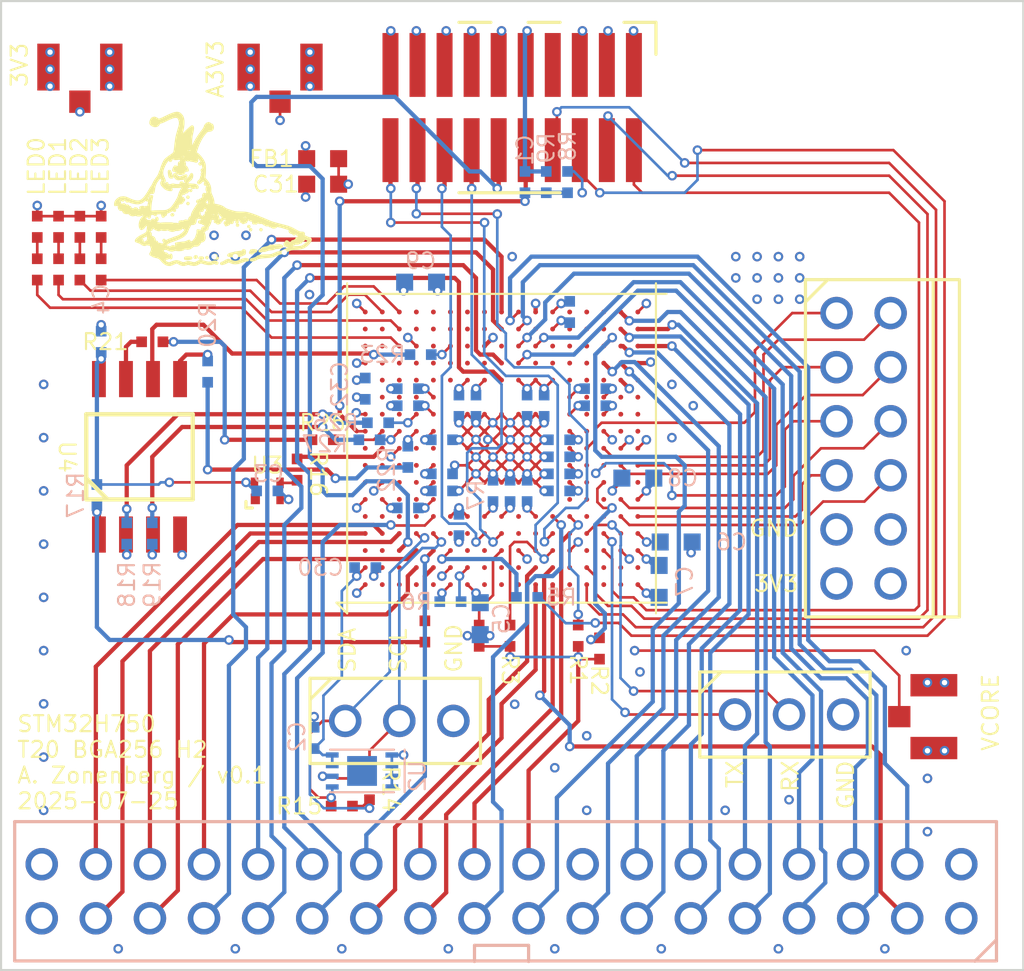
<source format=kicad_pcb>
(kicad_pcb (version 20240108) (generator "pcbnew") (generator_version "8.0")
  (layers (0 "F.Cu" signal) (1 "In1.Cu" signal) (2 "In2.Cu" signal) (31 "B.Cu" signal) (34 "B.Paste" user) (35 "F.Paste" user) (36 "B.SilkS" user "B.Silkscreen") (37 "F.SilkS" user "F.Silkscreen") (38 "B.Mask" user) (39 "F.Mask" user) (44 "Edge.Cuts" user))
  (net 0 "")
  (net 1 "/GND")
  (net 2 "/3V3")
  (net 3 "/VCORE")
  (net 4 "/A3V3")
  (net 5 "Net-(D1-A)")
  (net 6 "Net-(D2-A)")
  (net 7 "Net-(D3-A)")
  (net 8 "Net-(D4-A)")
  (net 9 "/FMC_A19")
  (net 10 "/FMC_AD5")
  (net 11 "/FMC_CLK")
  (net 12 "/FMC_AD15")
  (net 13 "/FMC_CS_N")
  (net 14 "/FMC_A21")
  (net 15 "/FMC_NOE")
  (net 16 "/FMC_AD13")
  (net 17 "/FMC_AD2")
  (net 18 "/FMC_AD14")
  (net 19 "/FMC_A20")
  (net 20 "/FMC_AD3")
  (net 21 "/FMC_NBL1")
  (net 22 "/FMC_AD0")
  (net 23 "/FMC_AD7")
  (net 24 "/FMC_NWE")
  (net 25 "/FMC_AD6")
  (net 26 "/FMC_AD9")
  (net 27 "/FMC_AD4")
  (net 28 "/FMC_NL")
  (net 29 "/FMC_A16")
  (net 30 "/FMC_AD12")
  (net 31 "/FMC_AD11")
  (net 32 "/FMC_A17")
  (net 33 "/FMC_NWAIT")
  (net 34 "/FMC_A22")
  (net 35 "/FMC_A18")
  (net 36 "/FMC_NBL0")
  (net 37 "/FMC_AD10")
  (net 38 "/FMC_AD1")
  (net 39 "/FMC_AD8")
  (net 40 "/TRACED3")
  (net 41 "/JTAG_TDI")
  (net 42 "/TRACED2")
  (net 43 "/JTAG_TCK")
  (net 44 "/JTAG_TDO")
  (net 45 "/TRACED1")
  (net 46 "/TRACED0")
  (net 47 "/TRACECLK")
  (net 48 "/MCU_RST_N")
  (net 49 "/JTAG_TMS")
  (net 50 "/UART_RX")
  (net 51 "/UART_TX")
  (net 52 "/I2C_SCL")
  (net 53 "/I2C_SDA")
  (net 54 "/PMOD_DQ0")
  (net 55 "/PMOD_DQ5")
  (net 56 "/PMOD_DQ7")
  (net 57 "/PMOD_DQ3")
  (net 58 "/PMOD_DQ2")
  (net 59 "/PMOD_DQ1")
  (net 60 "/PMOD_DQ4")
  (net 61 "/PMOD_DQ6")
  (net 62 "Net-(U1C-PC8)")
  (net 63 "Net-(U1G-PG6)")
  (net 64 "Net-(U1D-PD7)")
  (net 65 "Net-(U1G-PG12)")
  (net 66 "Net-(U1B-PB3)")
  (net 67 "Net-(U1B-PB4)")
  (net 68 "Net-(U1M-BOOT0)")
  (net 69 "/MCU_LED0")
  (net 70 "/MCU_LED1")
  (net 71 "/MCU_LED2")
  (net 72 "/MCU_LED3")
  (net 73 "/MCU_CLK_25MHZ")
  (net 74 "Net-(U3-CLK)")
  (net 75 "/QSPI_CS_N")
  (net 76 "/QSPI_DQ1")
  (net 77 "/QSPI_DQ2")
  (net 78 "Net-(U4-DI{slash}IO0)")
  (net 79 "/QSPI_DQ0")
  (net 80 "Net-(U4-HOLD#{slash}IO3)")
  (net 81 "/QSPI_DQ3")
  (net 82 "Net-(U1F-PF8)")
  (net 83 "Net-(U1B-PB2)")
  (net 84 "/QSPI_SCK")
  (net 85 "Net-(U1F-PF9)")
  (net 86 "Net-(U1F-PF6)")
  (net 87 "Net-(U1F-PF7)")
  (net 190 "Net-(U1B-PB6)")
  (net 192 "Net-(U4-DO{slash}IO1)")
  (net 193 "Net-(U4-WP#{slash}IO2)")
  (footprint "azonenberg_pcb:EIA_0402_RES_NOSILK" (layer "F.Cu") (at 46.5 64.8)
    (property "Reference" "R15")
    (property "Value" "4.7K" (hide yes))
  )
  (footprint "azonenberg_pcb:OSCILLATOR_1.6x1.2" (layer "F.Cu") (at 43 50)
    (property "Reference" "U3")
    (property "Value" "ECS-1612MV-250-CN" (hide yes))
  )
  (footprint "azonenberg_pcb:CONN_HEADER_2.54MM_1x3_REFLOW" (layer "F.Cu") (at 67.5 60.5)
    (property "Reference" "J6" (hide yes))
    (property "Value" "CONN_01X03" (hide yes))
  )
  (footprint "azonenberg_pcb:EIA_0402_RES_NOSILK" (layer "F.Cu") (at 34.2 39.6 90)
    (property "Reference" "R12" (hide yes))
    (property "Value" "33K" (hide yes))
  )
  (footprint "azonenberg_pcb:EIA_0402_RES_NOSILK" (layer "F.Cu") (at 47.8 64 -90)
    (property "Reference" "R14")
    (property "Value" "4.7K" (hide yes))
  )
  (footprint "azonenberg_pcb:EIA_0603_CAP_NOSILK" (layer "F.Cu") (at 45.6 35.6 180)
    (property "Reference" "C31")
    (property "Value" "4.7 uF" (hide yes))
  )
  (footprint "azonenberg_pcb:EIA_0402_RES_NOSILK" (layer "F.Cu") (at 54.4 56.8 90)
    (property "Reference" "R3")
    (property "Value" "0" (hide yes))
  )
  (footprint "azonenberg_pcb:LONGTHING-1200DPI" (layer "F.Cu") (at 41 36.2)
    (property "Reference" "M1" (hide yes))
    (property "Value" "MECHANICAL" (hide yes))
  )
  (footprint "azonenberg_pcb:CONN_HEADER_2.54MM_1x3_REFLOW" (layer "F.Cu") (at 49.2 60.8)
    (property "Reference" "J7" (hide yes))
    (property "Value" "CONN_01X03" (hide yes))
  )
  (footprint "azonenberg_pcb:CONN_U.FL_TE_1909763-1" (layer "F.Cu") (at 34.2 30.2)
    (property "Reference" "J4" (hide yes))
    (property "Value" "U.FL" (hide yes))
  )
  (footprint "azonenberg_pcb:EIA_0402_RES_NOSILK" (layer "F.Cu") (at 50.4 56.6 90)
    (property "Reference" "R24" (hide yes))
    (property "Value" "33" (hide yes))
  )
  (footprint "azonenberg_pcb:CONN_HEADER_1.27MM_2x10_SMT_SAMTEC_FTSH-110-01-L-DV-K" (layer "F.Cu") (at 54.5 32 180)
    (property "Reference" "J2" (hide yes))
    (property "Value" "CORTEX_DEBUG_ETM" (hide yes))
  )
  (footprint "azonenberg_pcb:EIA_0402_RES_NOSILK" (layer "F.Cu") (at 52.95 56.8 90)
    (property "Reference" "R4" (hide yes))
    (property "Value" "DNP" (hide yes))
  )
  (footprint "azonenberg_pcb:EIA_0402_RES_NOSILK" (layer "F.Cu") (at 33.2 39.6 90)
    (property "Reference" "R11" (hide yes))
    (property "Value" "33K" (hide yes))
  )
  (footprint "azonenberg_pcb:EIA_0402_LED" (layer "F.Cu") (at 33.2 37.6 -90)
    (property "Reference" "D2" (hide yes))
    (property "Value" "GREEN" (hide yes))
  )
  (footprint "azonenberg_pcb:BGA_265_14x14_DEPOP_0.8MM" (layer "F.Cu") (at 54 48 90)
    (property "Reference" "U1" (hide yes))
    (property "Value" "STM32H750XBH6" (hide yes))
  )
  (footprint "azonenberg_pcb:EIA_0603_INDUCTOR_NOSILK" (layer "F.Cu") (at 45.6 34.4)
    (property "Reference" "FB1")
    (property "Value" "MI0603J601R-10" (hide yes))
  )
  (footprint "azonenberg_pcb:EIA_0402_LED" (layer "F.Cu") (at 34.2 37.6 -90)
    (property "Reference" "D3" (hide yes))
    (property "Value" "GREEN" (hide yes))
  )
  (footprint "azonenberg_pcb:EIA_0402_LED" (layer "F.Cu") (at 32.2 37.6 -90)
    (property "Reference" "D1" (hide yes))
    (property "Value" "GREEN" (hide yes))
  )
  (footprint "azonenberg_pcb:EIA_0402_RES_NOSILK" (layer "F.Cu") (at 57.6 56.8 90)
    (property "Reference" "R1")
    (property "Value" "DNP" (hide yes))
  )
  (footprint "azonenberg_pcb:SOIC_8_5.3MM" (layer "F.Cu") (at 37 48.4)
    (property "Reference" "U4")
    (property "Value" "W25Q80BV" (hide yes))
  )
  (footprint "azonenberg_pcb:EIA_0402_RES_NOSILK" (layer "F.Cu") (at 45.6 47.6)
    (property "Reference" "R26")
    (property "Value" "33" (hide yes))
  )
  (footprint "azonenberg_pcb:EIA_0402_RES_NOSILK" (layer "F.Cu") (at 58.6 57.4 90)
    (property "Reference" "R2")
    (property "Value" "DNP" (hide yes))
  )
  (footprint "azonenberg_pcb:EIA_0402_LED" (layer "F.Cu") (at 35.2 37.6 -90)
    (property "Reference" "D4" (hide yes))
    (property "Value" "GREEN" (hide yes))
  )
  (footprint "azonenberg_pcb:EIA_0402_RES_NOSILK" (layer "F.Cu") (at 37.6 43)
    (property "Reference" "R21")
    (property "Value" "33" (hide yes))
  )
  (footprint "azonenberg_pcb:CONN_HEADER_2.54MM_2x6_RA_PMOD_HOST" (layer "F.Cu") (at 71 48 90)
    (property "Reference" "J8" (hide yes))
    (property "Value" "PMOD_HOST" (hide yes))
  )
  (footprint "azonenberg_pcb:CONN_U.FL_TE_1909763-1" (layer "F.Cu") (at 74.2 60.6 -90)
    (property "Reference" "J5" (hide yes))
    (property "Value" "U.FL" (hide yes))
  )
  (footprint "azonenberg_pcb:EIA_0402_RES_NOSILK" (layer "F.Cu") (at 35.2 39.6 90)
    (property "Reference" "R13" (hide yes))
    (property "Value" "33K" (hide yes))
  )
  (footprint "azonenberg_pcb:CONN_U.FL_TE_1909763-1" (layer "F.Cu") (at 43.6 30.2)
    (property "Reference" "J3" (hide yes))
    (property "Value" "U.FL" (hide yes))
  )
  (footprint "azonenberg_pcb:EIA_0402_RES_NOSILK" (layer "F.Cu") (at 32.2 39.6 90)
    (property "Reference" "R10" (hide yes))
    (property "Value" "33K" (hide yes))
  )
  (footprint "azonenberg_pcb:EIA_0402_RES_NOSILK" (layer "F.Cu") (at 44.4 49 -90)
    (property "Reference" "R16")
    (property "Value" "33" (hide yes))
  )
  (footprint "azonenberg_pcb:EIA_0402_RES_NOSILK" (layer "B.Cu") (at 57.1 35.5 -90)
    (property "Reference" "R8")
    (property "Value" "10K" (hide yes))
  )
  (footprint "azonenberg_pcb:EIA_0402_CAP_NOSILK" (layer "B.Cu") (at 52 46.000001 -90)
    (property "Reference" "C11" (hide yes))
    (property "Value" "0.47 uF" (hide yes))
  )
  (footprint "azonenberg_pcb:EIA_0402_RES_NOSILK" (layer "B.Cu") (at 49.6 48.4 90)
    (property "Reference" "R22")
    (property "Value" "33" (hide yes))
  )
  (footprint "azonenberg_pcb:EIA_0402_CAP_NOSILK" (layer "B.Cu") (at 54.4 50 90)
    (property "Reference" "C20" (hide yes))
    (property "Value" "0.47 uF" (hide yes))
  )
  (footprint "azonenberg_pcb:EIA_0402_CAP_NOSILK" (layer "B.Cu") (at 49.6 50.8 180)
    (property "Reference" "C26" (hide yes))
    (property "Value" "0.47 uF" (hide yes))
  )
  (footprint "azonenberg_pcb:EIA_0603_CAP_NOSILK" (layer "B.Cu") (at 62.2 52.4)
    (property "Reference" "C6")
    (property "Value" "2.2 uF" (hide yes))
  )
  (footprint "azonenberg_pcb:EIA_0603_CAP_NOSILK" (layer "B.Cu") (at 60.4 49.4 180)
    (property "Reference" "C8")
    (property "Value" "4.7 uF" (hide yes))
  )
  (footprint "azonenberg_pcb:EIA_0402_CAP_NOSILK" (layer "B.Cu") (at 52 51.6 -90)
    (property "Reference" "C27" (hide yes))
    (property "Value" "0.47 uF" (hide yes))
  )
  (footprint "azonenberg_pcb:EIA_0402_RES_NOSILK" (layer "B.Cu") (at 51.6 55.2)
    (property "Reference" "R6")
    (property "Value" "10K" (hide yes))
  )
  (footprint "azonenberg_pcb:EIA_0402_CAP_NOSILK" (layer "B.Cu") (at 52.8 45.999999 -90)
    (property "Reference" "C10" (hide yes))
    (property "Value" "0.47 uF" (hide yes))
  )
  (footprint "azonenberg_pcb:EIA_0402_CAP_NOSILK" (layer "B.Cu") (at 56.7 50 180)
    (property "Reference" "C16" (hide yes))
    (property "Value" "0.47 uF" (hide yes))
  )
  (footprint "azonenberg_pcb:EIA_0402_RES_NOSILK" (layer "B.Cu") (at 40.2 44.4 -90)
    (property "Reference" "R20")
    (property "Value" "33" (hide yes))
  )
  (footprint "azonenberg_pcb:EIA_0402_CAP_NOSILK" (layer "B.Cu") (at 57.2 41.6 -90)
    (property "Reference" "C29" (hide yes))
    (property "Value" "0.47 uF" (hide yes))
  )
  (footprint "azonenberg_pcb:EIA_0603_CAP_NOSILK" (layer "B.Cu") (at 53 56 -90)
    (property "Reference" "C5")
    (property "Value" "2.2 uF" (hide yes))
  )
  (footprint "azonenberg_pcb:EIA_0402_RES_NOSILK" (layer "B.Cu") (at 55.2 55 180)
    (property "Reference" "R5")
    (property "Value" "33" (hide yes))
  )
  (footprint "azonenberg_pcb:EIA_0402_CAP_NOSILK" (layer "B.Cu") (at 47.6 53.6)
    (property "Reference" "C30")
    (property "Value" "0.47 uF" (hide yes))
  )
  (footprint "azonenberg_pcb:EIA_0402_CAP_NOSILK" (layer "B.Cu") (at 49.6 45.2 180)
    (property "Reference" "C23" (hide yes))
    (property "Value" "0.47 uF" (hide yes))
  )
  (footprint "azonenberg_pcb:EIA_0402_CAP_NOSILK" (layer "B.Cu") (at 58.4 46)
    (property "Reference" "C28" (hide yes))
    (property "Value" "0.47 uF" (hide yes))
  )
  (footprint "azonenberg_pcb:EIA_0402_RES_NOSILK" (layer "B.Cu") (at 50.2 43.6)
    (property "Reference" "R23")
    (property "Value" "33" (hide yes))
  )
  (footprint "azonenberg_pcb:EIA_0402_CAP_NOSILK" (layer "B.Cu") (at 51.2 47.6)
    (property "Reference" "C18" (hide yes))
    (property "Value" "0.47 uF" (hide yes))
  )
  (footprint "azonenberg_pcb:EIA_0402_RES_NOSILK" (layer "B.Cu") (at 56.1 35.5 -90)
    (property "Reference" "R9")
    (property "Value" "100K" (hide yes))
  )
  (footprint "azonenberg_pcb:EIA_0402_CAP_NOSILK" (layer "B.Cu") (at 51.2 49.2)
    (property "Reference" "C19" (hide yes))
    (property "Value" "0.47 uF" (hide yes))
  )
  (footprint "azonenberg_pcb:EIA_0402_CAP_NOSILK" (layer "B.Cu") (at 49.6 46 180)
    (property "Reference" "C24" (hide yes))
    (property "Value" "0.47 uF" (hide yes))
  )
  (footprint "azonenberg_pcb:EIA_0402_RES_NOSILK" (layer "B.Cu") (at 37.6 52 90)
    (property "Reference" "R19")
    (property "Value" "33" (hide yes))
  )
  (footprint "azonenberg_pcb:EIA_0402_CAP_NOSILK" (layer "B.Cu") (at 45.2 61.6 90)
    (property "Reference" "C2")
    (property "Value" "0.47 uF" (hide yes))
  )
  (footprint "azonenberg_pcb:CONN_HEADER_2.54MM_2x18_FEMALE" (layer "B.Cu") (at 54 68.8)
    (property "Reference" "J1" (hide yes))
    (property "Value" "CONN_02x18" (hide yes))
  )
  (footprint "azonenberg_pcb:EIA_0402_RES_NOSILK" (layer "B.Cu") (at 47.8 47.6)
    (property "Reference" "R27")
    (property "Value" "33" (hide yes))
  )
  (footprint "azonenberg_pcb:EIA_0402_RES_NOSILK" (layer "B.Cu") (at 36.4 52 90)
    (property "Reference" "R18")
    (property "Value" "33" (hide yes))
  )
  (footprint "azonenberg_pcb:EIA_0402_CAP_NOSILK" (layer "B.Cu") (at 55.1 35.5 -90)
    (property "Reference" "C1")
    (property "Value" "0.47 uF" (hide yes))
  )
  (footprint "azonenberg_pcb:EIA_0603_CAP_NOSILK" (layer "B.Cu") (at 61.4 54.25 -90)
    (property "Reference" "C7")
    (property "Value" "4.7 uF" (hide yes))
  )
  (footprint "azonenberg_pcb:EIA_0402_CAP_NOSILK" (layer "B.Cu") (at 56.7 48.4 180)
    (property "Reference" "C14" (hide yes))
    (property "Value" "0.47 uF" (hide yes))
  )
  (footprint "azonenberg_pcb:EIA_0402_CAP_NOSILK" (layer "B.Cu") (at 51.2 50)
    (property "Reference" "C22" (hide yes))
    (property "Value" "0.47 uF" (hide yes))
  )
  (footprint "azonenberg_pcb:EIA_0402_CAP_NOSILK" (layer "B.Cu") (at 56.7 47.6 180)
    (property "Reference" "C17" (hide yes))
    (property "Value" "0.47 uF" (hide yes))
  )
  (footprint "azonenberg_pcb:EIA_0402_RES_NOSILK" (layer "B.Cu") (at 53.6 50 -90)
    (property "Reference" "R7")
    (property "Value" "0" (hide yes))
  )
  (footprint "azonenberg_pcb:EIA_0402_CAP_NOSILK" (layer "B.Cu") (at 55.2 46 -90)
    (property "Reference" "C12" (hide yes))
    (property "Value" "0.47 uF" (hide yes))
  )
  (footprint "azonenberg_pcb:EIA_0402_CAP_NOSILK" (layer "B.Cu") (at 35.2 43 90)
    (property "Reference" "C4")
    (property "Value" "0.47 uF" (hide yes))
  )
  (footprint "azonenberg_pcb:EIA_0402_RES_NOSILK" (layer "B.Cu") (at 48.2 46.8)
    (property "Reference" "R25")
    (property "Value" "33" (hide yes))
  )
  (footprint "azonenberg_pcb:DFN_8_0.5MM_2x3MM_TALL" (layer "B.Cu") (at 47.45 63.15 -90)
    (property "Reference" "U2")
    (property "Value" "AT24MAC402" (hide yes))
  )
  (footprint "azonenberg_pcb:EIA_0402_CAP_NOSILK" (layer "B.Cu") (at 56 46 -90)
    (property "Reference" "C13" (hide yes))
    (property "Value" "0.47 uF" (hide yes))
  )
  (footprint "azonenberg_pcb:EIA_0402_CAP_NOSILK" (layer "B.Cu") (at 56.7 49.2 180)
    (property "Reference" "C15" (hide yes))
    (property "Value" "0.47 uF" (hide yes))
  )
  (footprint "azonenberg_pcb:EIA_0603_CAP_NOSILK" (layer "B.Cu") (at 50.2 40.2 180)
    (property "Reference" "C9")
    (property "Value" "4.7 uF" (hide yes))
  )
  (footprint "azonenberg_pcb:EIA_0402_RES_NOSILK" (layer "B.Cu") (at 35 50.2 -90)
    (property "Reference" "R17")
    (property "Value" "10K" (hide yes))
  )
  (footprint "azonenberg_pcb:EIA_0402_CAP_NOSILK" (layer "B.Cu") (at 55.2 50 90)
    (property "Reference" "C21" (hide yes))
    (property "Value" "0.47 uF" (hide yes))
  )
  (footprint "azonenberg_pcb:EIA_0402_CAP_NOSILK" (layer "B.Cu") (at 43 50)
    (property "Reference" "C3")
    (property "Value" "0.47 uF" (hide yes))
  )
  (footprint "azonenberg_pcb:EIA_0402_CAP_NOSILK" (layer "B.Cu") (at 47.6 45.2 90)
    (property "Reference" "C32")
    (property "Value" "0.47 uF" (hide yes))
  )
  (footprint "azonenberg_pcb:EIA_0402_CAP_NOSILK" (layer "B.Cu") (at 58.4 45.2)
    (property "Reference" "C25" (hide yes))
    (property "Value" "0.47 uF" (hide yes))
  )
  (gr_line (start 78.5 72.5) (end 30.5 72.5) (stroke (width 0.1)) (layer "Edge.Cuts"))
  (gr_line (start 78.5 27) (end 78.5 72.5) (stroke (width 0.1)) (layer "Edge.Cuts"))
  (gr_line (start 30.5 27) (end 78.5 27) (stroke (width 0.1)) (layer "Edge.Cuts"))
  (gr_line (start 30.5 72.5) (end 30.5 27) (stroke (width 0.1)) (layer "Edge.Cuts"))
  (gr_text "3V3" (at 31.8 30 90) (layer "F.SilkS") (effects (font (size 0.75 0.75) (thickness 0.1)) (justify bottom)))
  (gr_text "TX" (at 65.4 62.6 90) (layer "F.SilkS") (effects (font (size 0.75 0.75) (thickness 0.1)) (justify right bottom)))
  (gr_text "LED2" (at 34.6 36.2 90) (layer "F.SilkS") (effects (font (size 0.75 0.75) (thickness 0.1)) (justify left bottom)))
  (gr_text "LED0" (at 32.6 36.2 90) (layer "F.SilkS") (effects (font (size 0.75 0.75) (thickness 0.1)) (justify left bottom)))
  (gr_text "GND" (at 52.2 58.6 90) (layer "F.SilkS") (effects (font (size 0.75 0.75) (thickness 0.1)) (justify left bottom)))
  (gr_text "GND" (at 70.6 62.6 90) (layer "F.SilkS") (effects (font (size 0.75 0.75) (thickness 0.1)) (justify right bottom)))
  (gr_text "SDA" (at 47.2 58.6 90) (layer "F.SilkS") (effects (font (size 0.75 0.75) (thickness 0.1)) (justify left bottom)))
  (gr_text "LED3" (at 35.6 36.2 90) (layer "F.SilkS") (effects (font (size 0.75 0.75) (thickness 0.1)) (justify left bottom)))
  (gr_text "LED1" (at 33.6 36.2 90) (layer "F.SilkS") (effects (font (size 0.75 0.75) (thickness 0.1)) (justify left bottom)))
  (gr_text "3V3" (at 68 54.8 0) (layer "F.SilkS") (effects (font (size 0.75 0.75) (thickness 0.1)) (justify right bottom)))
  (gr_text "RX" (at 68 62.6 90) (layer "F.SilkS") (effects (font (size 0.75 0.75) (thickness 0.1)) (justify right bottom)))
  (gr_text "A3V3" (at 41 30.2 90) (layer "F.SilkS") (effects (font (size 0.75 0.75) (thickness 0.1)) (justify bottom)))
  (gr_text "SCL" (at 49.6 58.6 90) (layer "F.SilkS") (effects (font (size 0.75 0.75) (thickness 0.1)) (justify left bottom)))
  (gr_text "VCORE" (at 77.4 60.4 90) (layer "F.SilkS") (effects (font (size 0.75 0.75) (thickness 0.1)) (justify bottom)))
  (gr_text "GND" (at 68 52.2 0) (layer "F.SilkS") (effects (font (size 0.75 0.75) (thickness 0.1)) (justify right bottom)))
  (gr_text "STM32H750\nT20 BGA256 H2\nA. Zonenberg / v0.1\n2025-07-25" (at 31.2 65 0) (layer "F.SilkS") (effects (font (size 0.75 0.75) (thickness 0.1)) (justify left bottom)))
  (segment (start 54 48) (end 54.8 48.8) (width 0.125) (layer "F.Cu") (net 1))
  (segment (start 47.6 50.4) (end 47.2 50.8) (width 0.125) (layer "F.Cu") (net 1))
  (segment (start 54 48) (end 53.2 48.8) (width 0.125) (layer "F.Cu") (net 1))
  (segment (start 44.85 35.6) (end 44.85 36.15) (width 0.125) (layer "F.Cu") (net 1))
  (segment (start 60.4 54.4) (end 60.8 54.8) (width 0.125) (layer "F.Cu") (net 1))
  (segment (start 55.2 49.2) (end 54.8 49.6) (width 0.125) (layer "F.Cu") (net 1))
  (segment (start 53.2 48.8) (end 52.8125 48.4125) (width 0.125) (layer "F.Cu") (net 1))
  (segment (start 52.4 48) (end 52.8 47.6) (width 0.125) (layer "F.Cu") (net 1))
  (segment (start 53.2 47.2) (end 54 48) (width 0.125) (layer "F.Cu") (net 1))
  (segment (start 54.8 48) (end 55.6 48.8) (width 0.125) (layer "F.Cu") (net 1))
  (segment (start 35.2 37.100001) (end 35.2 36.6) (width 0.125) (layer "F.Cu") (net 1))
  (segment (start 54.4125 46.7875) (end 54.4125 46.8) (width 0.125) (layer "F.Cu") (net 1))
  (segment (start 58.945 30) (end 58.945 28.455) (width 0.125) (layer "F.Cu") (net 1))
  (segment (start 52.4 46.4) (end 52.8 46.8) (width 0.125) (layer "F.Cu") (net 1))
  (segment (start 47.2 41.2) (end 47.6 41.6) (width 0.125) (layer "F.Cu") (net 1))
  (segment (start 53.6 48.4) (end 53.6 48.4125) (width 0.125) (layer "F.Cu") (net 1))
  (segment (start 55.6 47.2) (end 55.2 47.6) (width 0.125) (layer "F.Cu") (net 1))
  (segment (start 53.865 30) (end 53.865 28.535) (width 0.125) (layer "F.Cu") (net 1))
  (segment (start 53.865 28.535) (end 54 28.4) (width 0.125) (layer "F.Cu") (net 1))
  (segment (start 53.2 43.2) (end 53.6 42.8) (width 0.2) (layer "F.Cu") (net 1))
  (segment (start 32.2 37.100001) (end 35.2 37.100001) (width 0.125) (layer "F.Cu") (net 1))
  (segment (start 60.4 41.6) (end 60.8 41.2) (width 0.125) (layer "F.Cu") (net 1))
  (segment (start 54 46.4) (end 54.4 46.8) (width 0.125) (layer "F.Cu") (net 1))
  (segment (start 54 48) (end 54.4 47.6) (width 0.125) (layer "F.Cu") (net 1))
  (segment (start 56.4 42.4) (end 56.8 42) (width 0.125) (layer "F.Cu") (net 1))
  (segment (start 47.6 44) (end 47.2 44) (width 0.125) (layer "F.Cu") (net 1))
  (segment (start 54.8 52.8) (end 55.2 53.2) (width 0.125) (layer "F.Cu") (net 1))
  (segment (start 48.4 49.6) (end 48 50) (width 0.125) (layer "F.Cu") (net 1))
  (segment (start 54 46.4) (end 53.6 46.8) (width 0.125) (layer "F.Cu") (net 1))
  (segment (start 54 47.2) (end 54.4 46.8) (width 0.125) (layer "F.Cu") (net 1))
  (segment (start 52.8125 48.4125) (end 52.8 48.4125) (width 0.125) (layer "F.Cu") (net 1))
  (segment (start 59.6 52.8) (end 60 53.2) (width 0.125) (layer "F.Cu") (net 1))
  (segment (start 50.055 30) (end 50.055 28.455) (width 0.125) (layer "F.Cu") (net 1))
  (segment (start 53.35553 47.85697) (end 52.8 48.4125) (width 0.125) (layer "F.Cu") (net 1))
  (segment (start 58.945 28.455) (end 59 28.4) (width 0.125) (layer "F.Cu") (net 1))
  (segment (start 43.975 50.375) (end 44 50.4) (width 0.125) (layer "F.Cu") (net 1))
  (segment (start 52.8 47.6) (end 52.8 47.5875) (width 0.125) (layer "F.Cu") (net 1))
  (segment (start 44.85 36.15) (end 44.8 36.2) (width 0.125) (layer "F.Cu") (net 1))
  (segment (start 58.8 47.2) (end 59.2 47.6) (width 0.125) (layer "F.Cu") (net 1))
  (segment (start 51.2 54) (end 51.6 53.6) (width 0.125) (layer "F.Cu") (net 1))
  (segment (start 47.6 44.8) (end 47.2 44.8) (width 0.125) (layer "F.Cu") (net 1))
  (segment (start 53.2 48.8) (end 53.6 49.2) (width 0.125) (layer "F.Cu") (net 1))
  (segment (start 48.785 30) (end 48.785 28.415) (width 0.125) (layer "F.Cu") (net 1))
  (segment (start 38.905 52.905) (end 39 53) (width 0.2) (layer "F.Cu") (net 1))
  (segment (start 53.2 46.4) (end 53.5875 46.7875) (width 0.125) (layer "F.Cu") (net 1))
  (segment (start 56 48.4) (end 55.6 48.8) (width 0.125) (layer "F.Cu") (net 1))
  (segment (start 32.2 37.100001) (end 32.2 36.6) (width 0.125) (layer "F.Cu") (net 1))
  (segment (start 54.8 47.2) (end 55.6 46.4) (width 0.125) (layer "F.Cu") (net 1))
  (segment (start 54 48.8) (end 53.2 49.6) (width 0.125) (layer "F.Cu") (net 1))
  (segment (start 55.6 48) (end 56 48.4) (width 0.125) (layer "F.Cu") (net 1))
  (segment (start 47.6 54.4) (end 47.2 54.8) (width 0.125) (layer "F.Cu") (net 1))
  (segment (start 52.4 48.8) (end 52.7875 48.4125) (width 0.125) (layer "F.Cu") (net 1))
  (segment (start 56 49.2) (end 55.6 48.8) (width 0.125) (layer "F.Cu") (net 1))
  (segment (start 54.4125 46.8125) (end 54.4125 46.8) (width 0.125) (layer "F.Cu") (net 1))
  (segment (start 52.8125 47.5875) (end 52.8 47.5875) (width 0.125) (layer "F.Cu") (net 1))
  (segment (start 52.595 28.405) (end 52.6 28.4) (width 0.125) (layer "F.Cu") (net 1))
  (segment (start 56 46.8) (end 55.6 46.4) (width 0.125) (layer "F.Cu") (net 1))
  (segment (start 53.6 46.8) (end 53.5875 46.8) (width 0.125) (layer "F.Cu") (net 1))
  (segment (start 55.6 47.2) (end 56 46.8) (width 0.125) (layer "F.Cu") (net 1))
  (segment (start 53.35553 47.5875) (end 53.35553 47.85697) (width 0.125) (layer "F.Cu") (net 1))
  (segment (start 56 49.2) (end 55.6 49.6) (width 0.125) (layer "F.Cu") (net 1))
  (segment (start 59.6 44.8) (end 60 45.2) (width 0.2) (layer "F.Cu") (net 1))
  (segment (start 56 47.6) (end 55.6 48) (width 0.125) (layer "F.Cu") (net 1))
  (segment (start 52.4 48.8) (end 52.8 49.2) (width 0.125) (layer "F.Cu") (net 1))
  (segment (start 59.6 48) (end 60 47.6) (width 0.125) (layer "F.Cu") (net 1))
  (segment (start 54 47.2) (end 53.6125 47.5875) (width 0.125) (layer "F.Cu") (net 1))
  (segment (start 53.6125 47.5875) (end 53.35553 47.5875) (width 0.125) (layer "F.Cu") (net 1))
  (segment (start 51.325 29.999999) (end 51.325 28.475) (width 0.125) (layer "F.Cu") (net 1))
  (segment (start 54.4125 47.5875) (end 54.4125 47.6) (width 0.125) (layer "F.Cu") (net 1))
  (segment (start 54.8 47.2) (end 55.2 46.8) (width 0.125) (layer "F.Cu") (net 1))
  (segment (start 52 46.8) (end 52.4 47.2) (width 0.125) (layer "F.Cu") (net 1))
  (segment (start 52.8 49.2) (end 53.2 49.6) (width 0.125) (layer "F.Cu") (net 1))
  (segment (start 57.2 52.8) (end 57.6 52.4) (width 0.125) (layer "F.Cu") (net 1))
  (segment (start 54.4 47.6) (end 54.4125 47.6) (width 0.125) (layer "F.Cu") (net 1))
  (segment (start 55.2 46.8) (end 55.6 47.2) (width 0.125) (layer "F.Cu") (net 1))
  (segment (start 55.2 47.6) (end 54.4 48.4) (width 0.125) (layer "F.Cu") (net 1))
  (segment (start 52.7875 48.4125) (end 52.8 48.4125) (width 0.125) (layer "F.Cu") (net 1))
  (segment (start 54 48.8) (end 53.6125 48.4125) (width 0.125) (layer "F.Cu") (net 1))
  (segment (start 56 50) (end 55.6 49.6) (width 0.125) (layer "F.Cu") (net 1))
  (segment (start 54.4 46.8) (end 54.4125 46.8) (width 0.125) (layer "F.Cu") (net 1))
  (segment (start 54.8 47.2) (end 54.4125 47.5875) (width 0.125) (layer "F.Cu") (net 1))
  (segment (start 48.785 28.415) (end 48.8 28.4) (width 0.125) (layer "F.Cu") (net 1))
  (segment (start 52 47.6) (end 52.4 47.2) (width 0.125) (layer "F.Cu") (net 1))
  (segment (start 54.8 47.2) (end 54.4125 46.8125) (width 0.125) (layer "F.Cu") (net 1))
  (segment (start 58.8 45.6) (end 59.2 45.2) (width 0.125) (layer "F.Cu") (net 1))
  (segment (start 54.8 46.4) (end 54.4125 46.7875) (width 0.125) (layer "F.Cu") (net 1))
  (segment (start 58.8 46.4) (end 59.2 46) (width 0.125) (layer "F.Cu") (net 1))
  (segment (start 54.8 48.8) (end 55.6 49.6) (width 0.125) (layer "F.Cu") (net 1))
  (segment (start 54.8 47.2) (end 55.6 48) (width 0.125) (layer "F.Cu") (net 1))
  (segment (start 52 50) (end 52.4 49.6) (width 0.125) (layer "F.Cu") (net 1))
  (segment (start 53.2 47.2) (end 52.8125 47.5875) (width 0.125) (layer "F.Cu") (net 1))
  (segment (start 50.055 28.455) (end 50 28.4) (width 0.125) (layer "F.Cu") (net 1))
  (segment (start 54.4 48.4) (end 54 48.8) (width 0.125) (layer "F.Cu") (net 1))
  (segment (start 52.4 46.4) (end 52 46.8) (width 0.125) (layer "F.Cu") (net 1))
  (segment (start 55.135 30) (end 55.135 28.465) (width 0.125) (layer "F.Cu") (net 1))
  (segment (start 53.5875 46.8125) (end 53.5875 46.8) (width 0.125) (layer "F.Cu") (net 1))
  (segment (start 53.5875 46.7875) (end 53.5875 46.8) (width 0.125) (layer "F.Cu") (net 1))
  (segment (start 48.8 50.8) (end 48.4 50.4) (width 0.125) (layer "F.Cu") (net 1))
  (segment (start 54 47.2) (end 54.8 48) (width 0.125) (layer "F.Cu") (net 1))
  (segment (start 52.8 46.8) (end 53.2 47.2) (width 0.125) (layer "F.Cu") (net 1))
  (segment (start 51.325 28.475) (end 51.4 28.4) (width 0.125) (layer "F.Cu") (net 1))
  (segment (start 55.2 48.4) (end 55.6 48) (width 0.125) (layer "F.Cu") (net 1))
  (segment (start 57.8 29.874999) (end 57.8 28.4) (width 0.125) (layer "F.Cu") (net 1))
  (segment (start 52.8 48.4) (end 52.8 48.4125) (width 0.125) (layer "F.Cu") (net 1))
  (segment (start 54.4 49.2) (end 54.8 49.6) (width 0.125) (layer "F.Cu") (net 1))
  (segment (start 43.6 50.375) (end 43.975 50.375) (width 0.125) (layer "F.Cu") (net 1))
  (segment (start 52 47.6) (end 52.4 48) (width 0.125) (layer "F.Cu") (net 1))
  (segment (start 52.8 46.8) (end 52.4 47.2) (width 0.125) (layer "F.Cu") (net 1))
  (segment (start 55.6 48.8) (end 55.2 49.2) (width 0.125) (layer "F.Cu") (net 1))
  (segment (start 60.4 48) (end 60.8 47.6) (width 0.125) (layer "F.Cu") (net 1))
  (segment (start 52.4 48) (end 52.8 48.4) (width 0.125) (layer "F.Cu") (net 1))
  (segment (start 52.4 48.8) (end 51.8 48.8) (width 0.125) (layer "F.Cu") (net 1))
  (segment (start 49.2 48) (end 48.8 48.4) (width 0.125) (layer "F.Cu") (net 1))
  (segment (start 53.6 49.2) (end 54 49.6) (width 0.125) (layer "F.Cu") (net 1))
  (segment (start 59.6 49.6) (end 59.2 50) (width 0.125) (layer "F.Cu") (net 1))
  (segment (start 53.2 47.2) (end 53.5875 46.8125) (width 0.125) (layer "F.Cu") (net 1))
  (segment (start 53.2 48.8) (end 52.4 49.6) (width 0.125) (layer "F.Cu") (net 1))
  (segment (start 52.4 47.2) (end 53.6 48.4) (width 0.125) (layer "F.Cu") (net 1))
  (segment (start 52.8 46.8) (end 53.2 46.4) (width 0.125) (layer "F.Cu") (net 1))
  (segment (start 55.135 28.465) (end 55.2 28.4) (width 0.125) (layer "F.Cu") (net 1))
  (segment (start 54 48.8) (end 54.4 49.2) (width 0.125) (layer "F.Cu") (net 1))
  (segment (start 49.6 42.8) (end 50 43.2) (width 0.125) (layer "F.Cu") (net 1))
  (segment (start 56 47.6) (end 55.6 47.2) (width 0.125) (layer "F.Cu") (net 1))
  (segment (start 54 49.6) (end 55.2 48.4) (width 0.125) (layer "F.Cu") (net 1))
  (segment (start 38.905 52.05) (end 38.905 52.905) (width 0.2) (layer "F.Cu") (net 1))
  (segment (start 53.6125 48.4125) (end 53.6 48.4125) (width 0.125) (layer "F.Cu") (net 1))
  (segment (start 54.8 46.4) (end 55.2 46.8) (width 0.125) (layer "F.Cu") (net 1))
  (segment (start 54 47.2) (end 53.6 46.8) (width 0.125) (layer "F.Cu") (net 1))
  (segment (start 48.4 53.6) (end 48 54) (width 0.125) (layer "F.Cu") (net 1))
  (segment (start 52.595 30) (end 52.595 28.405) (width 0.125) (layer "F.Cu") (net 1))
  (via (at 55.2 53.2) (size 0.45) (drill 0.25) (layers "F.Cu" "B.Cu") (net 1))
  (via (at 60.8 54.8) (size 0.45) (drill 0.25) (layers "F.Cu" "B.Cu") (net 1))
  (via (at 59.2 47.6) (size 0.45) (drill 0.25) (layers "F.Cu" "B.Cu") (net 1))
  (via (at 49.4 62.4) (size 0.45) (drill 0.25) (layers "F.Cu" "B.Cu") (net 1))
  (via (at 48.8 50.8) (size 0.45) (drill 0.25) (layers "F.Cu" "B.Cu") (net 1))
  (via (at 52.8 47.5875) (size 0.45) (drill 0.25) (layers "F.Cu" "B.Cu") (net 1))
  (via (at 74 63.5) (size 0.45) (drill 0.25) (layers "F.Cu" "B.Cu") (net 1))
  (via (at 56 46.8) (size 0.45) (drill 0.25) (layers "F.Cu" "B.Cu") (net 1))
  (via (at 60 53.2) (size 0.45) (drill 0.25) (layers "F.Cu" "B.Cu") (net 1))
  (via (at 47.2 44) (size 0.45) (drill 0.25) (layers "F.Cu" "B.Cu") (net 1))
  (via (at 54.4 48.4) (size 0.45) (drill 0.25) (layers "F.Cu" "B.Cu") (net 1))
  (via (at 57.8 28.4) (size 0.45) (drill 0.25) (layers "F.Cu" "B.Cu") (net 1))
  (via (at 32.5 52.5) (size 0.45) (drill 0.25) (layers "F.Cu" "B.Cu") (net 1))
  (via (at 63 46) (size 0.45) (drill 0.25) (layers "F.Cu" "B.Cu") (net 1))
  (via (at 53.6 49.2) (size 0.45) (drill 0.25) (layers "F.Cu" "B.Cu") (net 1))
  (via (at 32.5 55) (size 0.45) (drill 0.25) (layers "F.Cu" "B.Cu") (net 1))
  (via (at 50 28.4) (size 0.45) (drill 0.25) (layers "F.Cu" "B.Cu") (net 1))
  (via (at 59.2 50) (size 0.45) (drill 0.25) (layers "F.Cu" "B.Cu") (net 1))
  (via (at 58 61.5) (size 0.45) (drill 0.25) (layers "F.Cu" "B.Cu") (net 1))
  (via (at 47.2 44.8) (size 0.45) (drill 0.25) (layers "F.Cu" "B.Cu") (net 1))
  (via (at 54.5 39) (size 0.45) (drill 0.25) (layers "F.Cu" "B.Cu") (net 1))
  (via (at 55.2 48.4) (size 0.45) (drill 0.25) (layers "F.Cu" "B.Cu") (net 1))
  (via (at 55.2 28.4) (size 0.45) (drill 0.25) (layers "F.Cu" "B.Cu") (net 1))
  (via (at 55.2 47.6) (size 0.45) (drill 0.25) (layers "F.Cu" "B.Cu") (net 1))
  (via (at 45 30.2) (size 0.45) (drill 0.25) (layers "F.Cu" "B.Cu") (net 1))
  (via (at 52 50) (size 0.45) (drill 0.25) (layers "F.Cu" "B.Cu") (net 1))
  (via (at 35.2 42.2) (size 0.45) (drill 0.25) (layers "F.Cu" "B.Cu") (net 1))
  (via (at 56 47.6) (size 0.45) (drill 0.25) (layers "F.Cu" "B.Cu") (net 1))
  (via (at 56.5 63) (size 0.45) (drill 0.25) (layers "F.Cu" "B.Cu") (net 1))
  (via (at 56 50) (size 0.45) (drill 0.25) (layers "F.Cu" "B.Cu") (net 1))
  (via (at 45 31) (size 0.45) (drill 0.25) (layers "F.Cu" "B.Cu") (net 1))
  (via (at 42.2 30.2) (size 0.45) (drill 0.25) (layers "F.Cu" "B.Cu") (net 1))
  (via (at 32.2 36.6) (size 0.45) (drill 0.25) (layers "F.Cu" "B.Cu") (net 1))
  (via (at 35.6 29.4) (size 0.45) (drill 0.25) (layers "F.Cu" "B.Cu") (net 1))
  (via (at 40.5 38) (size 0.45) (drill 0.25) (layers "F.Cu" "B.Cu") (net 1))
  (via (at 66 40) (size 0.45) (drill 0.25) (layers "F.Cu" "B.Cu") (net 1))
  (via (at 57.6 52.4) (size 0.45) (drill 0.25) (layers "F.Cu" "B.Cu") (net 1))
  (via (at 52 46.8) (size 0.45) (drill 0.25) (layers "F.Cu" "B.Cu") (net 1))
  (via (at 62 47.5) (size 0.45) (drill 0.25) (layers "F.Cu" "B.Cu") (net 1))
  (via (at 55.2 49.2) (size 0.45) (drill 0.25) (layers "F.Cu" "B.Cu") (net 1))
  (via (at 49.6 42.8) (size 0.45) (drill 0.25) (layers "F.Cu" "B.Cu") (net 1))
  (via (at 51.8 48.8) (size 0.45) (drill 0.25) (layers "F.Cu" "B.Cu") (net 1))
  (via (at 49.4 40.6) (size 0.45) (drill 0.25) (layers "F.Cu" "B.Cu") (net 1))
  (via (at 74 62.2) (size 0.45) (drill 0.25) (layers "F.Cu" "B.Cu") (net 1))
  (via (at 58 65) (size 0.45) (drill 0.25) (layers "F.Cu" "B.Cu") (net 1))
  (via (at 73 57.5) (size 0.45) (drill 0.25) (layers "F.Cu" "B.Cu") (net 1))
  (via (at 44.8 36.2) (size 0.45) (drill 0.25) (layers "F.Cu" "B.Cu") (net 1))
  (via (at 54 28.4) (size 0.45) (drill 0.25) (layers "F.Cu" "B.Cu") (net 1))
  (via (at 48.8 46) (size 0.45) (drill 0.25) (layers "F.Cu" "B.Cu") (net 1))
  (via (at 56 48.4) (size 0.45) (drill 0.25) (layers "F.Cu" "B.Cu") (net 1))
  (via (at 32.5 57.5) (size 0.45) (drill 0.25) (layers "F.Cu" "B.Cu") (net 1))
  (via (at 54.4125 46.8) (size 0.45) (drill 0.25) (layers "F.Cu" "B.Cu") (net 1))
  (via (at 47.2 41.2) (size 0.45) (drill 0.25) (layers "F.Cu" "B.Cu") (net 1))
  (via (at 41.5 71.5) (size 0.45) (drill 0.25) (layers "F.Cu" "B.Cu") (net 1))
  (via (at 54.618199 60.018199) (size 0.45) (drill 0.25) (layers "F.Cu" "B.Cu") (net 1))
  (via (at 55.2 46.8) (size 0.45) (drill 0.25) (layers "F.Cu" "B.Cu") (net 1))
  (via (at 45.2 60.6) (size 0.45) (drill 0.25) (layers "F.Cu" "B.Cu") (net 1))
  (via (at 32.5 47.5) (size 0.45) (drill 0.25) (layers "F.Cu" "B.Cu") (net 1))
  (via (at 52.6 28.4) (size 0.45) (drill 0.25) (layers "F.Cu" "B.Cu") (net 1))
  (via (at 65 40) (size 0.45) (drill 0.25) (layers "F.Cu" "B.Cu") (net 1))
  (via (at 72 71.5) (size 0.45) (drill 0.25) (layers "F.Cu" "B.Cu") (net 1))
  (via (at 47.2 50.8) (size 0.45) (drill 0.25) (layers "F.Cu" "B.Cu") (net 1))
  (via (at 74.8 59) (size 0.45) (drill 0.25) (layers "F.Cu" "B.Cu") (net 1))
  (via (at 51.5 71.5) (size 0.45) (drill 0.25) (layers "F.Cu" "B.Cu") (net 1))
  (via (at 51.4 28.4) (size 0.45) (drill 0.25) (layers "F.Cu" "B.Cu") (net 1))
  (via (at 35.6 31) (size 0.45) (drill 0.25) (layers "F.Cu" "B.Cu") (net 1))
  (via (at 59.2 46) (size 0.45) (drill 0.25) (layers "F.Cu" "B.Cu") (net 1))
  (via (at 40.5 39) (size 0.45) (drill 0.25) (layers "F.Cu" "B.Cu") (net 1))
  (via (at 48 54) (size 0.45) (drill 0.25) (layers "F.Cu" "B.Cu") (net 1))
  (via (at 67.5 64.5) (size 0.45) (drill 0.25) (layers "F.Cu" "B.Cu") (net 1))
  (via (at 60 45.2) (size 0.45) (drill 0.25) (layers "F.Cu" "B.Cu") (net 1))
  (via (at 36 71.5) (size 0.45) (drill 0.25) (layers "F.Cu" "B.Cu") (net 1))
  (via (at 42.2 31) (size 0.45) (drill 0.25) (layers "F.Cu" "B.Cu") (net 1))
  (via (at 48 50) (size 0.45) (drill 0.25) (layers "F.Cu" "B.Cu") (net 1))
  (via (at 60.8 41.2) (size 0.45) (drill 0.25) (layers "F.Cu" "B.Cu") (net 1))
  (via (at 65 39) (size 0.45) (drill 0.25) (layers "F.Cu" "B.Cu") (net 1))
  (via (at 42.2 29.4) (size 0.45) (drill 0.25) (layers "F.Cu" "B.Cu") (net 1))
  (via (at 60 47.6) (size 0.45) (drill 0.25) (layers "F.Cu" "B.Cu") (net 1))
  (via (at 52.8 49.2) (size 0.45) (drill 0.25) (layers "F.Cu" "B.Cu") (net 1))
  (via (at 39 53) (size 0.45) (drill 0.25) (layers "F.Cu" "B.Cu") (net 1))
  (via (at 67 71.5) (size 0.45) (drill 0.25) (layers "F.Cu" "B.Cu") (net 1))
  (via (at 32.8 29.4) (size 0.45) (drill 0.25) (layers "F.Cu" "B.Cu") (net 1))
  (via (at 56.8 42) (size 0.45) (drill 0.25) (layers "F.Cu" "B.Cu") (net 1))
  (via (at 60.8 47.6) (size 0.45) (drill 0.25) (layers "F.Cu" "B.Cu") (net 1))
  (via (at 68 40) (size 0.45) (drill 0.25) (layers "F.Cu" "B.Cu") (net 1))
  (via (at 54.4125 47.6) (size 0.45) (drill 0.25) (layers "F.Cu" "B.Cu") (net 1))
  (via (at 32.5 65) (size 0.45) (drill 0.25) (layers "F.Cu" "B.Cu") (net 1))
  (via (at 52.4 56.8) (size 0.45) (drill 0.25) (layers "F.Cu" "B.Cu") (net 1))
  (via (at 67 39) (size 0.45) (drill 0.25) (layers "F.Cu" "B.Cu") (net 1))
  (via (at 42 38) (size 0.45) (drill 0.25) (layers "F.Cu" "B.Cu") (net 1))
  (via (at 32.5 50) (size 0.45) (drill 0.25) (layers "F.Cu" "B.Cu") (net 1))
  (via (at 52 52.4) (size 0.45) (drill 0.25) (layers "F.Cu" "B.Cu") (net 1))
  (via (at 56 49.2) (size 0.45) (drill 0.25) (layers "F.Cu" "B.Cu") (net 1))
  (via (at 74 66) (size 0.45) (drill 0.25) (layers "F.Cu" "B.Cu") (net 1))
  (via (at 52.8 48.4125) (size 0.45) (drill 0.25) (layers "F.Cu" "B.Cu") (net 1))
  (via (at 62 45) (size 0.45) (drill 0.25) (layers "F.Cu" "B.Cu") (net 1))
  (via (at 53.35553 47.5875) (size 0.45) (drill 0.25) (layers "F.Cu" "B.Cu") (net 1))
  (via (at 66 41) (size 0.45) (drill 0.25) (layers "F.Cu" "B.Cu") (net 1))
  (via (at 59 28.4) (size 0.45) (drill 0.25) (layers "F.Cu" "B.Cu") (net 1))
  (via (at 47.2 54.8) (size 0.45) (drill 0.25) (layers "F.Cu" "B.Cu") (net 1))
  (via (at 48.8 28.4) (size 0.45) (drill 0.25) (layers "F.Cu" "B.Cu") (net 1))
  (via (at 62.9 52.9) (size 0.45) (drill 0.25) (layers "F.Cu" "B.Cu") (net 1))
  (via (at 59.2 45.2) (size 0.45) (drill 0.25) (layers "F.Cu" "B.Cu") (net 1))
  (via (at 46.5 71.5) (size 0.45) (drill 0.25) (layers "F.Cu" "B.Cu") (net 1))
  (via (at 52.8 46.8) (size 0.45) (drill 0.25) (layers "F.Cu" "B.Cu") (net 1))
  (via (at 51.2 54) (size 0.45) (drill 0.25) (layers "F.Cu" "B.Cu") (net 1))
  (via (at 68 41) (size 0.45) (drill 0.25) (layers "F.Cu" "B.Cu") (net 1))
  (via (at 53.444951 56.800002) (size 0.45) (drill 0.25) (layers "F.Cu" "B.Cu") (net 1))
  (via (at 45 29.4) (size 0.45) (drill 0.25) (layers "F.Cu" "B.Cu") (net 1))
  (via (at 35.2 36.6) (size 0.45) (drill 0.25) (layers "F.Cu" "B.Cu") (net 1))
  (via (at 48.8 45.2) (size 0.45) (drill 0.25) (layers "F.Cu" "B.Cu") (net 1))
  (via (at 32.5 60) (size 0.45) (drill 0.25) (layers "F.Cu" "B.Cu") (net 1))
  (via (at 60.5 58.5) (size 0.45) (drill 0.25) (layers "F.Cu" "B.Cu") (net 1))
  (via (at 44 50.4) (size 0.45) (drill 0.25) (layers "F.Cu" "B.Cu") (net 1))
  (via (at 53.6 48.4125) (size 0.45) (drill 0.25) (layers "F.Cu" "B.Cu") (net 1))
  (via (at 54.4 49.2) (size 0.45) (drill 0.25) (layers "F.Cu" "B.Cu") (net 1))
  (via (at 32.8 31) (size 0.45) (drill 0.25) (layers "F.Cu" "B.Cu") (net 1))
  (via (at 61.5 71.5) (size 0.45) (drill 0.25) (layers "F.Cu" "B.Cu") (net 1))
  (via (at 32.5 45) (size 0.45) (drill 0.25) (layers "F.Cu" "B.Cu") (net 1))
  (via (at 32.5 62.5) (size 0.45) (drill 0.25) (layers "F.Cu" "B.Cu") (net 1))
  (via (at 64.5 65) (size 0.45) (drill 0.25) (layers "F.Cu" "B.Cu") (net 1))
  (via (at 52 47.6) (size 0.45) (drill 0.25) (layers "F.Cu" "B.Cu") (net 1))
  (via (at 74.8 62.2) (size 0.45) (drill 0.25) (layers "F.Cu" "B.Cu") (net 1))
  (via (at 48.8 48.4) (size 0.45) (drill 0.25) (layers "F.Cu" "B.Cu") (net 1))
  (via (at 53.5875 46.8) (size 0.45) (drill 0.25) (layers "F.Cu" "B.Cu") (net 1))
  (via (at 41.5 39) (size 0.45) (drill 0.25) (layers "F.Cu" "B.Cu") (net 1))
  (via (at 53.6 42.8) (size 0.45) (drill 0.25) (layers "F.Cu" "B.Cu") (net 1))
  (via (at 44.981801 40.781801) (size 0.45) (drill 0.25) (layers "F.Cu" "B.Cu") (net 1))
  (via (at 67 41) (size 0.45) (drill 0.25) (layers "F.Cu" "B.Cu") (net 1))
  (via (at 67 40) (size 0.45) (drill 0.25) (layers "F.Cu" "B.Cu") (net 1))
  (via (at 56.5 71.5) (size 0.45) (drill 0.25) (layers "F.Cu" "B.Cu") (net 1))
  (via (at 66 39) (size 0.45) (drill 0.25) (layers "F.Cu" "B.Cu") (net 1))
  (via (at 32.8 30.2) (size 0.45) (drill 0.25) (layers "F.Cu" "B.Cu") (net 1))
  (via (at 74 59) (size 0.45) (drill 0.25) (layers "F.Cu" "B.Cu") (net 1))
  (via (at 35.6 30.2) (size 0.45) (drill 0.25) (layers "F.Cu" "B.Cu") (net 1))
  (via (at 68 39) (size 0.45) (drill 0.25) (layers "F.Cu" "B.Cu") (net 1))
  (segment (start 52 46.5) (end 52 46.8) (width 0.125) (layer "B.Cu") (net 1))
  (segment (start 43.6 50) (end 44 50.4) (width 0.125) (layer "B.Cu") (net 1))
  (segment (start 35.2 42.500001) (end 35.2 42.2) (width 0.2) (layer "B.Cu") (net 1))
  (segment (start 51.699999 49.2) (end 51.699999 48.900001) (width 0.125) (layer "B.Cu") (net 1))
  (segment (start 49.45 40.55) (end 49.4 40.6) (width 0.2) (layer "B.Cu") (net 1))
  (segment (start 61.4 55) (end 61 55) (width 0.125) (layer "B.Cu") (net 1))
  (segment (start 51.699999 48.900001) (end 51.8 48.8) (width 0.125) (layer "B.Cu") (net 1))
  (segment (start 59.2 50) (end 59.2 49.85) (width 0.125) (layer "B.Cu") (net 1))
  (segment (start 62.95 52.4) (end 62.95 52.85) (width 0.2) (layer "B.Cu") (net 1))
  (segment (start 48.85 62.399999) (end 49.399999 62.399999) (width 0.125) (layer "B.Cu") (net 1))
  (segment (start 62.95 52.85) (end 62.9 52.9) (width 0.2) (layer "B.Cu") (net 1))
  (segment (start 56.1 35.000001) (end 55.1 35.000001) (width 0.2) (layer "B.Cu") (net 1))
  (segment (start 53 56.75) (end 52.45 56.75) (width 0.125) (layer "B.Cu") (net 1))
  (segment (start 55.1 28.5) (end 55.2 28.4) (width 0.2) (layer "B.Cu") (net 1))
  (segment (start 55.1 35.000001) (end 55.1 28.5) (width 0.2) (layer "B.Cu") (net 1))
  (segment (start 53.35 56.75) (end 53.4 56.8) (width 0.125) (layer "B.Cu") (net 1))
  (segment (start 49.1 46) (end 48.8 46) (width 0.125) (layer "B.Cu") (net 1))
  (segment (start 49.399999 62.399999) (end 49.4 62.4) (width 0.125) (layer "B.Cu") (net 1))
  (segment (start 53 56.75) (end 53.35 56.75) (width 0.125) (layer "B.Cu") (net 1))
  (segment (start 59.2 49.85) (end 59.65 49.4) (width 0.125) (layer "B.Cu") (net 1))
  (segment (start 52.45 56.75) (end 52.4 56.8) (width 0.125) (layer "B.Cu") (net 1))
  (segment (start 49.45 40.2) (end 49.45 40.55) (width 0.2) (layer "B.Cu") (net 1))
  (segment (start 45.2 61.100001) (end 45.2 60.6) (width 0.125) (layer "B.Cu") (net 1))
  (segment (start 48.85 62.399999) (end 48.85 63.900001) (width 0.125) (layer "B.Cu") (net 1))
  (segment (start 52 52.099999) (end 52 52.4) (width 0.125) (layer "B.Cu") (net 1))
  (segment (start 56 46.499999) (end 56 46.8) (width 0.125) (layer "B.Cu") (net 1))
  (segment (start 61 55) (end 60.8 54.8) (width 0.125) (layer "B.Cu") (net 1))
  (segment (start 57.2 45.6) (end 57.6 45.2) (width 0.125) (layer "F.Cu") (net 2))
  (segment (start 60.95 44) (end 61 43.95) (width 0.2) (layer "F.Cu") (net 2))
  (segment (start 42 49.6) (end 38.4 49.6) (width 0.125) (layer "F.Cu") (net 2))
  (segment (start 51.6 54.4) (end 51.2 54.8) (width 0.125) (layer "F.Cu") (net 2))
  (segment (start 55.6 51.2) (end 55.2 50.8) (width 0.125) (layer "F.Cu") (net 2))
  (segment (start 56.4 41.6) (end 56.8 41.2) (width 0.125) (layer "F.Cu") (net 2))
  (segment (start 50.8 49.6) (end 50.4 50) (width 0.125) (layer "F.Cu") (net 2))
  (segment (start 50.8 48.8) (end 50.4 49.2) (width 0.125) (layer "F.Cu") (net 2))
  (segment (start 42.025 49.625) (end 42 49.6) (width 0.125) (layer "F.Cu") (net 2))
  (segment (start 44.85 33.85) (end 44.8 33.8) (width 0.125) (layer "F.Cu") (net 2))
  (segment (start 54.8 44.8) (end 55.2 45.2) (width 0.125) (layer "F.Cu") (net 2))
  (segment (start 47.6 53.6) (end 47.2 54) (width 0.125) (layer "F.Cu") (net 2))
  (segment (start 60.4 50.4) (end 60.8 50) (width 0.125) (layer "F.Cu") (net 2))
  (segment (start 47.8 64.499999) (end 47.8 64.9) (width 0.125) (layer "F.Cu") (net 2))
  (segment (start 51.6 51.2) (end 52 50.8) (width 0.125) (layer "F.Cu") (net 2))
  (segment (start 56 45.2) (end 56.4 44.8) (width 0.125) (layer "F.Cu") (net 2))
  (segment (start 60.4 52.8) (end 60.8 53.2) (width 0.125) (layer "F.Cu") (net 2))
  (segment (start 47 64.8) (end 47.499999 64.8) (width 0.125) (layer "F.Cu") (net 2))
  (segment (start 47.499999 64.8) (end 47.8 64.499999) (width 0.125) (layer "F.Cu") (net 2))
  (segment (start 42.4 49.625) (end 42.4 50.335) (width 0.2) (layer "F.Cu") (net 2))
  (segment (start 44.85 34.4) (end 44.85 33.85) (width 0.125) (layer "F.Cu") (net 2))
  (segment (start 57.2 47.2) (end 57.6 47.6) (width 0.125) (layer "F.Cu") (net 2))
  (segment (start 50.8 50.4) (end 50.4 50.8) (width 0.125) (layer "F.Cu") (net 2))
  (segment (start 55.2 45.2) (end 55.6 44.8) (width 0.125) (layer "F.Cu") (net 2))
  (segment (start 50.8 47.2) (end 50.4 47.6) (width 0.125) (layer "F.Cu") (net 2))
  (segment (start 53.2 44.8) (end 52.8 45.2) (width 0.125) (layer "F.Cu") (net 2))
  (segment (start 60.215 28.415) (end 60.2 28.4) (width 0.125) (layer "F.Cu") (net 2))
  (segment (start 57.2 48.8) (end 57.6 49.2) (width 0.125) (layer "F.Cu") (net 2))
  (segment (start 60.4 44) (end 60.95 44) (width 0.2) (layer "F.Cu") (net 2))
  (segment (start 34.2 31.725) (end 34.2 32.2) (width 0.125) (layer "F.Cu") (net 2))
  (segment (start 35.095 44.75) (end 35.095 43.905) (width 0.125) (layer "F.Cu") (net 2))
  (segment (start 55.6 44.8) (end 56 45.2) (width 0.125) (layer "F.Cu") (net 2))
  (segment (start 60.215 30) (end 60.215 28.415) (width 0.125) (layer "F.Cu") (net 2))
  (segment (start 50.8 45.6) (end 50.4 45.2) (width 0.125) (layer "F.Cu") (net 2))
  (segment (start 35.095 43.905) (end 35.2 43.8) (width 0.125) (layer "F.Cu") (net 2))
  (segment (start 52.4 44.8) (end 52 45.2) (width 0.125) (layer "F.Cu") (net 2))
  (segment (start 54 51.2) (end 54.4 50.8) (width 0.125) (layer "F.Cu") (net 2))
  (segment (start 52 50.8) (end 52.4 51.2) (width 0.125) (layer "F.Cu") (net 2))
  (segment (start 57.2 49.6) (end 57.6 50) (width 0.125) (layer "F.Cu") (net 2))
  (segment (start 50.8 46.4) (end 50.4 46) (width 0.125) (layer "F.Cu") (net 2))
  (segment (start 57.2 48) (end 57.6 48.4) (width 0.125) (layer "F.Cu") (net 2))
  (segment (start 57.2 46.4) (end 57.6 46) (width 0.125) (layer "F.Cu") (net 2))
  (segment (start 42.4 49.625) (end 42.025 49.625) (width 0.125) (layer "F.Cu") (net 2))
  (via (at 56 45.2) (size 0.45) (drill 0.25) (layers "F.Cu" "B.Cu") (net 2))
  (via (at 50.4 50.8) (size 0.45) (drill 0.25) (layers "F.Cu" "B.Cu") (net 2))
  (via (at 50.4 49.2) (size 0.45) (drill 0.25) (layers "F.Cu" "B.Cu") (net 2))
  (via (at 57.6 47.6) (size 0.45) (drill 0.25) (layers "F.Cu" "B.Cu") (net 2))
  (via (at 47.8 64.9) (size 0.45) (drill 0.25) (layers "F.Cu" "B.Cu") (net 2))
  (via (at 61 43.95) (size 0.45) (drill 0.25) (layers "F.Cu" "B.Cu") (net 2))
  (via (at 52 50.8) (size 0.45) (drill 0.25) (layers "F.Cu" "B.Cu") (net 2))
  (via (at 55.2 50.8) (size 0.45) (drill 0.25) (layers "F.Cu" "B.Cu") (net 2))
  (via (at 50.4 45.2) (size 0.45) (drill 0.25) (layers "F.Cu" "B.Cu") (net 2))
  (via (at 34.2 32.2) (size 0.45) (drill 0.25) (layers "F.Cu" "B.Cu") (net 2))
  (via (at 47.2 54) (size 0.45) (drill 0.25) (layers "F.Cu" "B.Cu") (net 2))
  (via (at 57.6 45.2) (size 0.45) (drill 0.25) (layers "F.Cu" "B.Cu") (net 2))
  (via (at 60.8 53.2) (size 0.45) (drill 0.25) (layers "F.Cu" "B.Cu") (net 2))
  (via (at 35.2 43.8) (size 0.45) (drill 0.25) (layers "F.Cu" "B.Cu") (net 2))
  (via (at 42 49.6) (size 0.45) (drill 0.25) (layers "F.Cu" "B.Cu") (net 2))
  (via (at 38.4 49.6) (size 0.45) (drill 0.25) (layers "F.Cu" "B.Cu") (net 2))
  (via (at 57.6 50) (size 0.45) (drill 0.25) (layers "F.Cu" "B.Cu") (net 2))
  (via (at 56.8 41.2) (size 0.45) (drill 0.25) (layers "F.Cu" "B.Cu") (net 2))
  (via (at 57.6 48.4) (size 0.45) (drill 0.25) (layers "F.Cu" "B.Cu") (net 2))
  (via (at 51.2 54.8) (size 0.45) (drill 0.25) (layers "F.Cu" "B.Cu") (net 2))
  (via (at 50.4 46) (size 0.45) (drill 0.25) (layers "F.Cu" "B.Cu") (net 2))
  (via (at 51 40.6) (size 0.45) (drill 0.25) (layers "F.Cu" "B.Cu") (net 2))
  (via (at 57.7875 36) (size 0.45) (drill 0.25) (layers "F.Cu" "B.Cu") (net 2))
  (via (at 50.4 50) (size 0.45) (drill 0.25) (layers "F.Cu" "B.Cu") (net 2))
  (via (at 60.2 28.4) (size 0.45) (drill 0.25) (layers "F.Cu" "B.Cu") (net 2))
  (via (at 57.6 49.2) (size 0.45) (drill 0.25) (layers "F.Cu" "B.Cu") (net 2))
  (via (at 55.2 45.2) (size 0.45) (drill 0.25) (layers "F.Cu" "B.Cu") (net 2))
  (via (at 44.8 33.8) (size 0.45) (drill 0.25) (layers "F.Cu" "B.Cu") (net 2))
  (via (at 50.4 47.6) (size 0.45) (drill 0.25) (layers "F.Cu" "B.Cu") (net 2))
  (via (at 60.8 50) (size 0.45) (drill 0.25) (layers "F.Cu" "B.Cu") (net 2))
  (via (at 52 45.2) (size 0.45) (drill 0.25) (layers "F.Cu" "B.Cu") (net 2))
  (via (at 54.4 50.8) (size 0.45) (drill 0.25) (layers "F.Cu" "B.Cu") (net 2))
  (via (at 52.8 45.2) (size 0.45) (drill 0.25) (layers "F.Cu" "B.Cu") (net 2))
  (via (at 57.6 46) (size 0.45) (drill 0.25) (layers "F.Cu" "B.Cu") (net 2))
  (segment (start 51.2 54.8) (end 51.2 55.100001) (width 0.125) (layer "B.Cu") (net 2))
  (segment (start 45.2 62.099999) (end 45.6375 61.662499) (width 0.125) (layer "B.Cu") (net 2))
  (segment (start 45.65 64.9) (end 45 64.25) (width 0.125) (layer "B.Cu") (net 2))
  (segment (start 45 62.299999) (end 45.2 62.099999) (width 0.125) (layer "B.Cu") (net 2))
  (segment (start 50.95 40.2) (end 50.95 40.55) (width 0.2) (layer "B.Cu") (net 2))
  (segment (start 46.05 62.9) (end 46.05 62.399999) (width 0.125) (layer "B.Cu") (net 2))
  (segment (start 50.95 40.55) (end 51 40.6) (width 0.2) (layer "B.Cu") (net 2))
  (segment (start 61.1 53.5) (end 60.8 53.2) (width 0.125) (layer "B.Cu") (net 2))
  (segment (start 45.6375 61.662499) (end 45.6375 59.6125) (width 0.125) (layer "B.Cu") (net 2))
  (segment (start 45.6375 59.6125) (end 46.5 58.75) (width 0.125) (layer "B.Cu") (net 2))
  (segment (start 42.4 50) (end 42 49.6) (width 0.125) (layer "B.Cu") (net 2))
  (segment (start 45.299999 62.099999) (end 45.6 62.4) (width 0.125) (layer "B.Cu") (net 2))
  (segment (start 61.15 49.65) (end 60.8 50) (width 0.125) (layer "B.Cu") (net 2))
  (segment (start 57.400001 35.000001) (end 57.7875 35.3875) (width 0.125) (layer "B.Cu") (net 2))
  (segment (start 47.8 64.9) (end 45.65 64.9) (width 0.125) (layer "B.Cu") (net 2))
  (segment (start 35 44) (end 35.2 43.8) (width 0.2) (layer "B.Cu") (net 2))
  (segment (start 38 49.6) (end 37.899999 49.700001) (width 0.125) (layer "B.Cu") (net 2))
  (segment (start 45.600001 62.399999) (end 45.6 62.4) (width 0.125) (layer "B.Cu") (net 2))
  (segment (start 57.7875 35.3875) (end 57.7875 36) (width 0.125) (layer "B.Cu") (net 2))
  (segment (start 38.4 49.6) (end 38 49.6) (width 0.125) (layer "B.Cu") (net 2))
  (segment (start 45 64.25) (end 45 62.299999) (width 0.125) (layer "B.Cu") (net 2))
  (segment (start 46.5 54.7) (end 47.2 54) (width 0.125) (layer "B.Cu") (net 2))
  (segment (start 37.899999 49.700001) (end 35 49.700001) (width 0.125) (layer "B.Cu") (net 2))
  (segment (start 46.05 62.399999) (end 45.600001 62.399999) (width 0.125) (layer "B.Cu") (net 2))
  (segment (start 57.1 35.000001) (end 57.400001 35.000001) (width 0.125) (layer "B.Cu") (net 2))
  (segment (start 35 49.700001) (end 35 44) (width 0.2) (layer "B.Cu") (net 2))
  (segment (start 46.5 58.75) (end 46.5 54.7) (width 0.125) (layer "B.Cu") (net 2))
  (segment (start 60.4125 52) (end 60.8125 52.4) (width 0.125) (layer "F.Cu") (net 3))
  (segment (start 52.4 54.4) (end 52.8 54.8) (width 0.125) (layer "F.Cu") (net 3))
  (segment (start 60.25 57.5) (end 71.5 57.5) (width 0.125) (layer "F.Cu") (net 3))
  (segment (start 72.675 58.675) (end 72.675 60.6) (width 0.125) (layer "F.Cu") (net 3))
  (segment (start 55.6 41.6) (end 55.6 41.2) (width 0.2) (layer "F.Cu") (net 3))
  (segment (start 71.5 57.5) (end 72.675 58.675) (width 0.125) (layer "F.Cu") (net 3))
  (via (at 55.6 41.2) (size 0.45) (drill 0.25) (layers "F.Cu" "B.Cu") (net 3))
  (via (at 52.8 54.8) (size 0.45) (drill 0.25) (layers "F.Cu" "B.Cu") (net 3))
  (via (at 60.25 57.5) (size 0.45) (drill 0.25) (layers "F.Cu" "B.Cu") (net 3))
  (via (at 60.8125 52.4) (size 0.45) (drill 0.25) (layers "F.Cu" "B.Cu") (net 3))
  (segment (start 61.45 52.4) (end 60.8125 52.4) (width 0.125) (layer "B.Cu") (net 3))
  (segment (start 47.245339 46.4) (end 47.176695 46.331356) (width 0.125) (layer "F.Cu") (net 4))
  (segment (start 46.35 35.6) (end 46.8 35.6) (width 0.125) (layer "F.Cu") (net 4))
  (segment (start 46.35 35.6) (end 46.35 34.4) (width 0.125) (layer "F.Cu") (net 4))
  (segment (start 47.6 46.4) (end 47.245339 46.4) (width 0.125) (layer "F.Cu") (net 4))
  (segment (start 47.6 45.6) (end 47.2 45.6) (width 0.125) (layer "F.Cu") (net 4))
  (segment (start 43.6 31.725) (end 43.6 32.6) (width 0.125) (layer "F.Cu") (net 4))
  (via (at 47.2 45.6) (size 0.45) (drill 0.25) (layers "F.Cu" "B.Cu") (net 4))
  (via (at 43.6 32.6) (size 0.45) (drill 0.25) (layers "F.Cu" "B.Cu") (net 4))
  (via (at 46.8 35.6) (size 0.45) (drill 0.25) (layers "F.Cu" "B.Cu") (net 4))
  (via (at 47.176695 46.331356) (size 0.45) (drill 0.25) (layers "F.Cu" "B.Cu") (net 4))
  (segment (start 32.2 38.099999) (end 32.2 39.100001) (width 0.125) (layer "F.Cu") (net 5))
  (segment (start 33.2 38.099999) (end 33.2 39.100001) (width 0.125) (layer "F.Cu") (net 6))
  (segment (start 34.2 38.099999) (end 34.2 39.100001) (width 0.125) (layer "F.Cu") (net 7))
  (segment (start 35.2 38.099999) (end 35.2 39.100001) (width 0.125) (layer "F.Cu") (net 8))
  (segment (start 42.6 52.4) (end 48.8 52.4) (width 0.2) (layer "F.Cu") (net 9))
  (segment (start 37.49 57.51) (end 42.6 52.4) (width 0.2) (layer "F.Cu") (net 9))
  (segment (start 37.49 67.529999) (end 37.49 57.51) (width 0.2) (layer "F.Cu") (net 9))
  (segment (start 48.8 52.4) (end 49.2 52) (width 0.2) (layer "F.Cu") (net 9))
  (segment (start 43.8 38.8) (end 52.8 38.8) (width 0.2) (layer "F.Cu") (net 10))
  (segment (start 53.6 42) (end 53.6 39.6) (width 0.2) (layer "F.Cu") (net 10))
  (segment (start 54 42.4) (end 53.6 42) (width 0.2) (layer "F.Cu") (net 10))
  (segment (start 52.8 38.8) (end 53.6 39.6) (width 0.2) (layer "F.Cu") (net 10))
  (via (at 43.8 38.8) (size 0.45) (drill 0.25) (layers "F.Cu" "B.Cu") (net 10))
  (segment (start 43 57.4) (end 43 39.6) (width 0.2) (layer "B.Cu") (net 10))
  (segment (start 42.57 57.83) (end 43 57.4) (width 0.2) (layer "B.Cu") (net 10))
  (segment (start 42.57 67.53) (end 42.57 57.83) (width 0.2) (layer "B.Cu") (net 10))
  (segment (start 43 39.6) (end 43.8 38.8) (width 0.2) (layer "B.Cu") (net 10))
  (segment (start 71.8 62.4) (end 71.8 68.82) (width 0.2) (layer "F.Cu") (net 11))
  (segment (start 71.8 68.82) (end 73.05 70.07) (width 0.2) (layer "F.Cu") (net 11))
  (segment (start 56 54) (end 56 59.4) (width 0.2) (layer "F.Cu") (net 11))
  (segment (start 56.4 53.6) (end 56 54) (width 0.2) (layer "F.Cu") (net 11))
  (segment (start 57.2 62) (end 71.4 62) (width 0.2) (layer "F.Cu") (net 11))
  (segment (start 71.4 62) (end 71.8 62.4) (width 0.2) (layer "F.Cu") (net 11))
  (segment (start 56 59.4) (end 55.8 59.6) (width 0.2) (layer "F.Cu") (net 11))
  (via (at 57.2 62) (size 0.45) (drill 0.25) (layers "F.Cu" "B.Cu") (net 11))
  (via (at 55.8 59.6) (size 0.45) (drill 0.25) (layers "F.Cu" "B.Cu") (net 11))
  (segment (start 57.2 61) (end 57.2 62) (width 0.2) (layer "B.Cu") (net 11))
  (segment (start 55.8 59.6) (end 57.2 61) (width 0.2) (layer "B.Cu") (net 11))
  (segment (start 59.6 42.4) (end 60 42.8) (width 0.2) (layer "F.Cu") (net 12))
  (via (at 60 42.8) (size 0.45) (drill 0.25) (layers "F.Cu" "B.Cu") (net 12))
  (segment (start 63.8 57.6) (end 63.8 66.4) (width 0.2) (layer "B.Cu") (net 12))
  (segment (start 60.05 42.75) (end 62.4 42.75) (width 0.2) (layer "B.Cu") (net 12))
  (segment (start 64.2 68.76) (end 62.89 70.07) (width 0.2) (layer "B.Cu") (net 12))
  (segment (start 62.4 42.75) (end 65.6 45.95) (width 0.2) (layer "B.Cu") (net 12))
  (segment (start 60 42.8) (end 60.05 42.75) (width 0.2) (layer "B.Cu") (net 12))
  (segment (start 64.2 66.8) (end 64.2 68.76) (width 0.2) (layer "B.Cu") (net 12))
  (segment (start 63.8 66.4) (end 64.2 66.8) (width 0.2) (layer "B.Cu") (net 12))
  (segment (start 65.6 45.95) (end 65.6 55.8) (width 0.2) (layer "B.Cu") (net 12))
  (segment (start 65.6 55.8) (end 63.8 57.6) (width 0.2) (layer "B.Cu") (net 12))
  (segment (start 55.27 63.13) (end 57.6 60.8) (width 0.2) (layer "F.Cu") (net 13))
  (segment (start 52.95 57.299999) (end 54.4 57.299999) (width 0.125) (layer "F.Cu") (net 13))
  (segment (start 54.4 57.299999) (end 54.4 57.8) (width 0.125) (layer "F.Cu") (net 13))
  (segment (start 58.6 57.899999) (end 57.699999 57.899999) (width 0.125) (layer "F.Cu") (net 13))
  (segment (start 57.6 57.8) (end 57.6 57.299999) (width 0.125) (layer "F.Cu") (net 13))
  (segment (start 57.699999 57.899999) (end 57.6 57.8) (width 0.125) (layer "F.Cu") (net 13))
  (segment (start 55.27 67.53) (end 55.27 63.13) (width 0.2) (layer "F.Cu") (net 13))
  (segment (start 57.6 60.8) (end 57.6 57.8) (width 0.2) (layer "F.Cu") (net 13))
  (via (at 57.6 57.8) (size 0.45) (drill 0.25) (layers "F.Cu" "B.Cu") (net 13))
  (via (at 54.4 57.8) (size 0.45) (drill 0.25) (layers "F.Cu" "B.Cu") (net 13))
  (segment (start 54.4 57.8) (end 57.6 57.8) (width 0.125) (layer "B.Cu") (net 13))
  (segment (start 42.2 52) (end 47.6 52) (width 0.2) (layer "F.Cu") (net 14))
  (segment (start 36.2 68.82) (end 34.95 70.07) (width 0.2) (layer "F.Cu") (net 14))
  (segment (start 36.2 58) (end 36.2 68.82) (width 0.2) (layer "F.Cu") (net 14))
  (segment (start 42.2 52) (end 36.2 58) (width 0.2) (layer "F.Cu") (net 14))
  (segment (start 56.4 54.4) (end 56.4 60.2) (width 0.2) (layer "F.Cu") (net 15))
  (segment (start 51.4 68.86) (end 50.19 70.07) (width 0.2) (layer "F.Cu") (net 15))
  (segment (start 56.4 60.2) (end 51.4 65.2) (width 0.2) (layer "F.Cu") (net 15))
  (segment (start 51.4 65.2) (end 51.4 68.86) (width 0.2) (layer "F.Cu") (net 15))
  (segment (start 59.6 41.6) (end 59.6 41.6125) (width 0.2) (layer "F.Cu") (net 16))
  (segment (start 59.6 41.6125) (end 60 42.0125) (width 0.2) (layer "F.Cu") (net 16))
  (via (at 60 42.0125) (size 0.45) (drill 0.25) (layers "F.Cu" "B.Cu") (net 16))
  (segment (start 62.4 41.6) (end 66.4 45.6) (width 0.2) (layer "B.Cu") (net 16))
  (segment (start 61.3875 42.0125) (end 61.8 41.6) (width 0.2) (layer "B.Cu") (net 16))
  (segment (start 66.6 68.9) (end 65.43 70.07) (width 0.2) (layer "B.Cu") (net 16))
  (segment (start 66.4 45.6) (end 66.4 61.8) (width 0.2) (layer "B.Cu") (net 16))
  (segment (start 66.4 61.8) (end 66.6 62) (width 0.2) (layer "B.Cu") (net 16))
  (segment (start 66.6 62) (end 66.6 68.9) (width 0.2) (layer "B.Cu") (net 16))
  (segment (start 61.8 41.6) (end 62.4 41.6) (width 0.2) (layer "B.Cu") (net 16))
  (segment (start 60 42.0125) (end 61.3875 42.0125) (width 0.2) (layer "B.Cu") (net 16))
  (segment (start 57.2 52) (end 56.8 52.4) (width 0.2) (layer "F.Cu") (net 17))
  (segment (start 56.8 60.6) (end 52.73 64.67) (width 0.2) (layer "F.Cu") (net 17))
  (segment (start 56.8 52.4) (end 56.8 60.6) (width 0.2) (layer "F.Cu") (net 17))
  (segment (start 52.73 64.67) (end 52.73 67.53) (width 0.2) (layer "F.Cu") (net 17))
  (segment (start 61.8125 42.4) (end 62.0125 42.2) (width 0.2) (layer "F.Cu") (net 18))
  (segment (start 60.4 42.4) (end 61.8125 42.4) (width 0.2) (layer "F.Cu") (net 18))
  (via (at 62.0125 42.2) (size 0.45) (drill 0.25) (layers "F.Cu" "B.Cu") (net 18))
  (segment (start 65.43 67.53) (end 65.43 61.97) (width 0.2) (layer "B.Cu") (net 18))
  (segment (start 66 61.4) (end 66 45.89038) (width 0.2) (layer "B.Cu") (net 18))
  (segment (start 62.30962 42.2) (end 62.0125 42.2) (width 0.2) (layer "B.Cu") (net 18))
  (segment (start 66 45.89038) (end 62.30962 42.2) (width 0.2) (layer "B.Cu") (net 18))
  (segment (start 65.43 61.97) (end 66 61.4) (width 0.2) (layer "B.Cu") (net 18))
  (segment (start 48 51.6) (end 48.4 52) (width 0.2) (layer "F.Cu") (net 19))
  (segment (start 34.95 58.25) (end 41.6 51.6) (width 0.2) (layer "F.Cu") (net 19))
  (segment (start 41.6 51.6) (end 48 51.6) (width 0.2) (layer "F.Cu") (net 19))
  (segment (start 34.95 67.53) (end 34.95 58.25) (width 0.2) (layer "F.Cu") (net 19))
  (segment (start 56.4 51.2) (end 56.8 51.6) (width 0.125) (layer "F.Cu") (net 20))
  (via (at 56.8 51.6) (size 0.45) (drill 0.25) (layers "F.Cu" "B.Cu") (net 20))
  (segment (start 56.8 53.6) (end 56.4 54) (width 0.2) (layer "B.Cu") (net 20))
  (segment (start 54 65) (end 54 68.8) (width 0.2) (layer "B.Cu") (net 20))
  (segment (start 55.6 54) (end 55.2 54.4) (width 0.2) (layer "B.Cu") (net 20))
  (segment (start 56.4 54) (end 55.6 54) (width 0.2) (layer "B.Cu") (net 20))
  (segment (start 55.2 54.4) (end 55.2 56.2) (width 0.2) (layer "B.Cu") (net 20))
  (segment (start 53.6 64.6) (end 54 65) (width 0.2) (layer "B.Cu") (net 20))
  (segment (start 54 68.8) (end 52.73 70.07) (width 0.2) (layer "B.Cu") (net 20))
  (segment (start 55.2 56.2) (end 53.6 57.8) (width 0.2) (layer "B.Cu") (net 20))
  (segment (start 56.8 51.6) (end 56.8 53.6) (width 0.2) (layer "B.Cu") (net 20))
  (segment (start 53.6 57.8) (end 53.6 64.6) (width 0.2) (layer "B.Cu") (net 20))
  (segment (start 40.03 57.17) (end 41.4 55.8) (width 0.2) (layer "F.Cu") (net 21))
  (segment (start 40.03 67.53) (end 40.03 57.17) (width 0.2) (layer "F.Cu") (net 21))
  (segment (start 48.6 55.8) (end 49.6 54.8) (width 0.2) (layer "F.Cu") (net 21))
  (segment (start 49.6 54) (end 50 53.6) (width 0.2) (layer "F.Cu") (net 21))
  (segment (start 41.4 55.8) (end 48.6 55.8) (width 0.2) (layer "F.Cu") (net 21))
  (segment (start 49.6 54.8) (end 49.6 54) (width 0.2) (layer "F.Cu") (net 21))
  (segment (start 59.6 44) (end 60 44.4) (width 0.2) (layer "F.Cu") (net 22))
  (via (at 60 44.4) (size 0.45) (drill 0.25) (layers "F.Cu" "B.Cu") (net 22))
  (segment (start 59 62.8) (end 59 68.88) (width 0.2) (layer "B.Cu") (net 22))
  (segment (start 61.6 56.8) (end 61.6 60.2) (width 0.2) (layer "B.Cu") (net 22))
  (segment (start 60 44.4) (end 63.7 48.1) (width 0.2) (layer "B.Cu") (net 22))
  (segment (start 59 68.88) (end 57.81 70.07) (width 0.2) (layer "B.Cu") (net 22))
  (segment (start 61.6 60.2) (end 59 62.8) (width 0.2) (layer "B.Cu") (net 22))
  (segment (start 63.7 54.7) (end 61.6 56.8) (width 0.2) (layer "B.Cu") (net 22))
  (segment (start 63.7 48.1) (end 63.7 54.7) (width 0.2) (layer "B.Cu") (net 22))
  (segment (start 52 44.2) (end 52 40.2) (width 0.2) (layer "F.Cu") (net 23))
  (segment (start 52 40.2) (end 51.8 40) (width 0.2) (layer "F.Cu") (net 23))
  (segment (start 52.2 44.4) (end 52 44.2) (width 0.2) (layer "F.Cu") (net 23))
  (segment (start 54 44.8) (end 53.6 44.4) (width 0.2) (layer "F.Cu") (net 23))
  (segment (start 53.6 44.4) (end 52.2 44.4) (width 0.2) (layer "F.Cu") (net 23))
  (segment (start 51.8 40) (end 45 40) (width 0.2) (layer "F.Cu") (net 23))
  (via (at 45 40) (size 0.45) (drill 0.25) (layers "F.Cu" "B.Cu") (net 23))
  (segment (start 45 49.2) (end 45 57.4) (width 0.2) (layer "B.Cu") (net 23))
  (segment (start 45 57.4) (end 43.8 58.6) (width 0.2) (layer "B.Cu") (net 23))
  (segment (start 43.8 65.8) (end 45.11 67.11) (width 0.2) (layer "B.Cu") (net 23))
  (segment (start 43.8 58.6) (end 43.8 65.8) (width 0.2) (layer "B.Cu") (net 23))
  (segment (start 44.4 48.6) (end 45 49.2) (width 0.2) (layer "B.Cu") (net 23))
  (segment (start 44.4 40.6) (end 44.4 48.6) (width 0.2) (layer "B.Cu") (net 23))
  (segment (start 45 40) (end 44.4 40.6) (width 0.2) (layer "B.Cu") (net 23))
  (segment (start 50.19 65.41) (end 54 61.6) (width 0.2) (layer "F.Cu") (net 24))
  (segment (start 54 61.6) (end 54 60) (width 0.2) (layer "F.Cu") (net 24))
  (segment (start 54 60) (end 55.6 58.4) (width 0.2) (layer "F.Cu") (net 24))
  (segment (start 50.19 67.53) (end 50.19 65.41) (width 0.2) (layer "F.Cu") (net 24))
  (segment (start 55.6 58.4) (end 55.6 54.4) (width 0.2) (layer "F.Cu") (net 24))
  (segment (start 53.6 43.6) (end 53 43.6) (width 0.2) (layer "F.Cu") (net 25))
  (segment (start 44.4 39.4) (end 52.2 39.4) (width 0.2) (layer "F.Cu") (net 25))
  (segment (start 52.8 40) (end 52.2 39.4) (width 0.2) (layer "F.Cu") (net 25))
  (segment (start 53 43.6) (end 52.8 43.4) (width 0.2) (layer "F.Cu") (net 25))
  (segment (start 54 44) (end 53.6 43.6) (width 0.2) (layer "F.Cu") (net 25))
  (segment (start 52.8 43.4) (end 52.8 40) (width 0.2) (layer "F.Cu") (net 25))
  (via (at 44.4 39.4) (size 0.45) (drill 0.25) (layers "F.Cu" "B.Cu") (net 25))
  (segment (start 43.2 58.1) (end 43.2 66.2) (width 0.2) (layer "B.Cu") (net 25))
  (segment (start 43.8 68.84) (end 42.57 70.07) (width 0.2) (layer "B.Cu") (net 25))
  (segment (start 43.2 66.2) (end 43.8 66.8) (width 0.2) (layer "B.Cu") (net 25))
  (segment (start 43.8 51.6) (end 43.8 57.5) (width 0.2) (layer "B.Cu") (net 25))
  (segment (start 44.4 39.4) (end 43.8 40) (width 0.2) (layer "B.Cu") (net 25))
  (segment (start 43.8 40) (end 43.8 49) (width 0.2) (layer "B.Cu") (net 25))
  (segment (start 43.8 49) (end 44.6 49.8) (width 0.2) (layer "B.Cu") (net 25))
  (segment (start 43.8 66.8) (end 43.8 68.84) (width 0.2) (layer "B.Cu") (net 25))
  (segment (start 44.6 50.8) (end 43.8 51.6) (width 0.2) (layer "B.Cu") (net 25))
  (segment (start 43.8 57.5) (end 43.2 58.1) (width 0.2) (layer "B.Cu") (net 25))
  (segment (start 44.6 49.8) (end 44.6 50.8) (width 0.2) (layer "B.Cu") (net 25))
  (segment (start 54.8 43.2) (end 55.2 42.8) (width 0.125) (layer "F.Cu") (net 26))
  (via (at 55.2 42.8) (size 0.45) (drill 0.25) (layers "F.Cu" "B.Cu") (net 26))
  (segment (start 67.6 57.4) (end 69 58.8) (width 0.2) (layer "B.Cu") (net 26))
  (segment (start 55.2 42.8) (end 56.05 41.95) (width 0.2) (layer "B.Cu") (net 26))
  (segment (start 71.2 62.4) (end 70.6 63) (width 0.2) (layer "B.Cu") (net 26))
  (segment (start 62.8 39.8) (end 67.6 44.6) (width 0.2) (layer "B.Cu") (net 26))
  (segment (start 69 58.8) (end 70.2 58.8) (width 0.2) (layer "B.Cu") (net 26))
  (segment (start 67.6 44.6) (end 67.6 57.4) (width 0.2) (layer "B.Cu") (net 26))
  (segment (start 70.2 58.8) (end 71.2 59.8) (width 0.2) (layer "B.Cu") (net 26))
  (segment (start 70.6 63) (end 70.6 67.439999) (width 0.2) (layer "B.Cu") (net 26))
  (segment (start 56.05 41.95) (end 56.05 41.15) (width 0.2) (layer "B.Cu") (net 26))
  (segment (start 71.2 59.8) (end 71.2 62.4) (width 0.2) (layer "B.Cu") (net 26))
  (segment (start 56.05 41.15) (end 57.4 39.8) (width 0.2) (layer "B.Cu") (net 26))
  (segment (start 57.4 39.8) (end 62.8 39.8) (width 0.2) (layer "B.Cu") (net 26))
  (segment (start 54 39) (end 53.2 38.2) (width 0.2) (layer "F.Cu") (net 27))
  (segment (start 54 41.6) (end 54 39) (width 0.2) (layer "F.Cu") (net 27))
  (segment (start 53.2 38.2) (end 43.2 38.2) (width 0.2) (layer "F.Cu") (net 27))
  (via (at 43.2 38.2) (size 0.45) (drill 0.25) (layers "F.Cu" "B.Cu") (net 27))
  (segment (start 41.9 48.5) (end 41.4 49) (width 0.2) (layer "B.Cu") (net 27))
  (segment (start 42 56.4) (end 42 57.4) (width 0.2) (layer "B.Cu") (net 27))
  (segment (start 41.9 39.5) (end 41.9 48.5) (width 0.2) (layer "B.Cu") (net 27))
  (segment (start 41.2 68.9) (end 40.03 70.07) (width 0.2) (layer "B.Cu") (net 27))
  (segment (start 41.4 55.8) (end 42 56.4) (width 0.2) (layer "B.Cu") (net 27))
  (segment (start 43.2 38.2) (end 41.9 39.5) (width 0.2) (layer "B.Cu") (net 27))
  (segment (start 42 57.4) (end 41.2 58.2) (width 0.2) (layer "B.Cu") (net 27))
  (segment (start 41.4 49) (end 41.4 55.8) (width 0.2) (layer "B.Cu") (net 27))
  (segment (start 41.2 58.2) (end 41.2 68.9) (width 0.2) (layer "B.Cu") (net 27))
  (segment (start 50.8 52.8) (end 50.4 53.2) (width 0.2) (layer "F.Cu") (net 28))
  (via (at 50.4 53.2) (size 0.45) (drill 0.25) (layers "F.Cu" "B.Cu") (net 28))
  (segment (start 50.4 53.2) (end 50.4 63.4) (width 0.2) (layer "B.Cu") (net 28))
  (segment (start 47.65 66.15) (end 50.4 63.4) (width 0.2) (layer "B.Cu") (net 28))
  (segment (start 47.65 67.529999) (end 47.65 66.15) (width 0.2) (layer "B.Cu") (net 28))
  (segment (start 58.8 43.2) (end 59.2 42.8) (width 0.2) (layer "F.Cu") (net 29))
  (via (at 59.2 42.8) (size 0.45) (drill 0.25) (layers "F.Cu" "B.Cu") (net 29))
  (segment (start 62.325 50.975) (end 62.6 50.7) (width 0.2) (layer "B.Cu") (net 29))
  (segment (start 62.2 48.4) (end 58.7 48.4) (width 0.2) (layer "B.Cu") (net 29))
  (segment (start 61.1 59.9) (end 61.1 56.5) (width 0.2) (layer "B.Cu") (net 29))
  (segment (start 58.4 43.6) (end 59.2 42.8) (width 0.2) (layer "B.Cu") (net 29))
  (segment (start 56.6 64.4) (end 61.1 59.9) (width 0.2) (layer "B.Cu") (net 29))
  (segment (start 58.4 48.1) (end 58.4 43.6) (width 0.2) (layer "B.Cu") (net 29))
  (segment (start 61.1 56.5) (end 62.325 55.275) (width 0.2) (layer "B.Cu") (net 29))
  (segment (start 58.7 48.4) (end 58.4 48.1) (width 0.2) (layer "B.Cu") (net 29))
  (segment (start 62.6 48.8) (end 62.2 48.4) (width 0.2) (layer "B.Cu") (net 29))
  (segment (start 55.27 70.07) (end 56.6 68.74) (width 0.2) (layer "B.Cu") (net 29))
  (segment (start 62.6 50.7) (end 62.6 48.8) (width 0.2) (layer "B.Cu") (net 29))
  (segment (start 56.6 68.74) (end 56.6 64.4) (width 0.2) (layer "B.Cu") (net 29))
  (segment (start 62.325 55.275) (end 62.325 50.975) (width 0.2) (layer "B.Cu") (net 29))
  (segment (start 55.9875 42.8125) (end 55.6 43.2) (width 0.125) (layer "F.Cu") (net 30))
  (segment (start 55.9875 42.8) (end 55.9875 42.8125) (width 0.125) (layer "F.Cu") (net 30))
  (via (at 55.9875 42.8) (size 0.45) (drill 0.25) (layers "F.Cu" "B.Cu") (net 30))
  (segment (start 67.2 57.6) (end 69 59.4) (width 0.2) (layer "B.Cu") (net 30))
  (segment (start 62.4 40.2) (end 67.2 45) (width 0.2) (layer "B.Cu") (net 30))
  (segment (start 69 66.8) (end 69.2 67) (width 0.2) (layer "B.Cu") (net 30))
  (segment (start 67.2 45) (end 67.2 57.6) (width 0.2) (layer "B.Cu") (net 30))
  (segment (start 60.2 40.2) (end 62.4 40.2) (width 0.2) (layer "B.Cu") (net 30))
  (segment (start 69.2 67) (end 69.2 68.4) (width 0.2) (layer "B.Cu") (net 30))
  (segment (start 69.2 68.4) (end 67.97 69.63) (width 0.2) (layer "B.Cu") (net 30))
  (segment (start 69 59.4) (end 69 66.8) (width 0.2) (layer "B.Cu") (net 30))
  (segment (start 57.6 42.8) (end 60.2 40.2) (width 0.2) (layer "B.Cu") (net 30))
  (segment (start 55.9875 42.8) (end 57.6 42.8) (width 0.2) (layer "B.Cu") (net 30))
  (segment (start 54.8 41.6) (end 54.4 42) (width 0.125) (layer "F.Cu") (net 31))
  (via (at 54.4 42) (size 0.45) (drill 0.25) (layers "F.Cu" "B.Cu") (net 31))
  (segment (start 54.4 40) (end 54.4 42) (width 0.2) (layer "B.Cu") (net 31))
  (segment (start 55.4 39) (end 54.4 40) (width 0.2) (layer "B.Cu") (net 31))
  (segment (start 68.4 57) (end 68.4 44.2) (width 0.2) (layer "B.Cu") (net 31))
  (segment (start 69.4 58) (end 68.4 57) (width 0.2) (layer "B.Cu") (net 31))
  (segment (start 73.05 67.53) (end 73.05 63.85) (width 0.2) (layer "B.Cu") (net 31))
  (segment (start 72 62.8) (end 72 59.2) (width 0.2) (layer "B.Cu") (net 31))
  (segment (start 70.8 58) (end 69.4 58) (width 0.2) (layer "B.Cu") (net 31))
  (segment (start 72 59.2) (end 70.8 58) (width 0.2) (layer "B.Cu") (net 31))
  (segment (start 68.4 44.2) (end 63.2 39) (width 0.2) (layer "B.Cu") (net 31))
  (segment (start 63.2 39) (end 55.4 39) (width 0.2) (layer "B.Cu") (net 31))
  (segment (start 73.05 63.85) (end 72 62.8) (width 0.2) (layer "B.Cu") (net 31))
  (segment (start 59.6 43.2) (end 59.7 43.2) (width 0.2) (layer "F.Cu") (net 32))
  (segment (start 59.7 43.2) (end 60 43.5) (width 0.2) (layer "F.Cu") (net 32))
  (via (at 60 43.5) (size 0.45) (drill 0.25) (layers "F.Cu" "B.Cu") (net 32))
  (segment (start 64.7 46.9) (end 61.3 43.5) (width 0.2) (layer "B.Cu") (net 32))
  (segment (start 61.6 62.2) (end 62.8 61) (width 0.2) (layer "B.Cu") (net 32))
  (segment (start 62.8 61) (end 62.8 57.2) (width 0.2) (layer "B.Cu") (net 32))
  (segment (start 60.35 70.070001) (end 61.6 68.820001) (width 0.2) (layer "B.Cu") (net 32))
  (segment (start 62.8 57.2) (end 64.7 55.3) (width 0.2) (layer "B.Cu") (net 32))
  (segment (start 61.6 68.820001) (end 61.6 62.2) (width 0.2) (layer "B.Cu") (net 32))
  (segment (start 61.3 43.5) (end 60 43.5) (width 0.2) (layer "B.Cu") (net 32))
  (segment (start 64.7 55.3) (end 64.7 46.9) (width 0.2) (layer "B.Cu") (net 32))
  (segment (start 49 68.720002) (end 49 65.8) (width 0.2) (layer "F.Cu") (net 33))
  (segment (start 49 65.8) (end 53.4 61.4) (width 0.2) (layer "F.Cu") (net 33))
  (segment (start 53.4 61.4) (end 53.4 59.8) (width 0.2) (layer "F.Cu") (net 33))
  (segment (start 55.2 54) (end 55.6 53.6) (width 0.2) (layer "F.Cu") (net 33))
  (segment (start 53.4 59.8) (end 55.2 58) (width 0.2) (layer "F.Cu") (net 33))
  (segment (start 47.65 70.070001) (end 49 68.720002) (width 0.2) (layer "F.Cu") (net 33))
  (segment (start 55.2 58) (end 55.2 54) (width 0.2) (layer "F.Cu") (net 33))
  (segment (start 50.8 51.225) (end 50.4 51.625) (width 0.125) (layer "F.Cu") (net 34))
  (segment (start 50.4 51.625) (end 48.825 51.625) (width 0.125) (layer "F.Cu") (net 34))
  (segment (start 48.825 51.625) (end 48.8 51.6) (width 0.125) (layer "F.Cu") (net 34))
  (via (at 48.8 51.6) (size 0.45) (drill 0.25) (layers "F.Cu" "B.Cu") (net 34))
  (segment (start 46.4 51.6) (end 45.6 52.4) (width 0.2) (layer "B.Cu") (net 34))
  (segment (start 45.6 52.4) (end 45.6 57.6) (width 0.2) (layer "B.Cu") (net 34))
  (segment (start 44.4 65) (end 46.4 67) (width 0.2) (layer "B.Cu") (net 34))
  (segment (start 48.8 51.6) (end 46.4 51.6) (width 0.2) (layer "B.Cu") (net 34))
  (segment (start 46.4 67) (end 46.4 68.78) (width 0.2) (layer "B.Cu") (net 34))
  (segment (start 45.6 57.6) (end 44.4 58.8) (width 0.2) (layer "B.Cu") (net 34))
  (segment (start 46.4 68.78) (end 45.11 70.07) (width 0.2) (layer "B.Cu") (net 34))
  (segment (start 44.4 58.8) (end 44.4 65) (width 0.2) (layer "B.Cu") (net 34))
  (segment (start 60.4 43.2) (end 62 43.2) (width 0.2) (layer "F.Cu") (net 35))
  (via (at 62 43.2) (size 0.45) (drill 0.25) (layers "F.Cu" "B.Cu") (net 35))
  (segment (start 63.4 57.4) (end 65.2 55.6) (width 0.2) (layer "B.Cu") (net 35))
  (segment (start 62.89 61.91) (end 63.4 61.4) (width 0.2) (layer "B.Cu") (net 35))
  (segment (start 65.2 46.4) (end 62 43.2) (width 0.2) (layer "B.Cu") (net 35))
  (segment (start 62.89 67.53) (end 62.89 61.91) (width 0.2) (layer "B.Cu") (net 35))
  (segment (start 65.2 55.6) (end 65.2 46.4) (width 0.2) (layer "B.Cu") (net 35))
  (segment (start 63.4 61.4) (end 63.4 57.4) (width 0.2) (layer "B.Cu") (net 35))
  (segment (start 38.8 68.760001) (end 37.49 70.070001) (width 0.2) (layer "F.Cu") (net 36))
  (segment (start 49.6 53.2) (end 42.8 53.2) (width 0.2) (layer "F.Cu") (net 36))
  (segment (start 50 52.8) (end 49.6 53.2) (width 0.2) (layer "F.Cu") (net 36))
  (segment (start 42.8 53.2) (end 38.8 57.2) (width 0.2) (layer "F.Cu") (net 36))
  (segment (start 38.8 57.2) (end 38.8 68.760001) (width 0.2) (layer "F.Cu") (net 36))
  (segment (start 54.8 42.4) (end 55.2 42) (width 0.125) (layer "F.Cu") (net 37))
  (via (at 55.2 42) (size 0.45) (drill 0.25) (layers "F.Cu" "B.Cu") (net 37))
  (segment (start 55.2 42) (end 55 41.8) (width 0.2) (layer "B.Cu") (net 37))
  (segment (start 55 40.2) (end 55.8 39.4) (width 0.2) (layer "B.Cu") (net 37))
  (segment (start 71.6 68.980001) (end 70.51 70.070001) (width 0.2) (layer "B.Cu") (net 37))
  (segment (start 68 57.2) (end 69.2 58.4) (width 0.2) (layer "B.Cu") (net 37))
  (segment (start 68 44.4) (end 68 57.2) (width 0.2) (layer "B.Cu") (net 37))
  (segment (start 69.2 58.4) (end 70.4 58.4) (width 0.2) (layer "B.Cu") (net 37))
  (segment (start 55 41.8) (end 55 40.2) (width 0.2) (layer "B.Cu") (net 37))
  (segment (start 63 39.4) (end 68 44.4) (width 0.2) (layer "B.Cu") (net 37))
  (segment (start 55.8 39.4) (end 63 39.4) (width 0.2) (layer "B.Cu") (net 37))
  (segment (start 70.4 58.4) (end 71.6 59.6) (width 0.2) (layer "B.Cu") (net 37))
  (segment (start 71.6 59.6) (end 71.6 68.980001) (width 0.2) (layer "B.Cu") (net 37))
  (segment (start 58.8 44) (end 59.2 44.4) (width 0.2) (layer "F.Cu") (net 38))
  (via (at 59.2 44.4) (size 0.45) (drill 0.25) (layers "F.Cu" "B.Cu") (net 38))
  (segment (start 64.2 55) (end 64.2 47.9) (width 0.2) (layer "B.Cu") (net 38))
  (segment (start 62.2 60.6) (end 62.2 57) (width 0.2) (layer "B.Cu") (net 38))
  (segment (start 60.25 43.95) (end 59.65 43.95) (width 0.2) (layer "B.Cu") (net 38))
  (segment (start 64.2 47.9) (end 60.25 43.95) (width 0.2) (layer "B.Cu") (net 38))
  (segment (start 60.35 62.45) (end 62.2 60.6) (width 0.2) (layer "B.Cu") (net 38))
  (segment (start 60.35 67.529999) (end 60.35 62.45) (width 0.2) (layer "B.Cu") (net 38))
  (segment (start 62.2 57) (end 64.2 55) (width 0.2) (layer "B.Cu") (net 38))
  (segment (start 59.65 43.95) (end 59.2 44.4) (width 0.2) (layer "B.Cu") (net 38))
  (segment (start 54.8 44) (end 55.2 43.6) (width 0.125) (layer "F.Cu") (net 39))
  (via (at 55.2 43.6) (size 0.45) (drill 0.25) (layers "F.Cu" "B.Cu") (net 39))
  (segment (start 67.97 63.23) (end 68.6 62.6) (width 0.2) (layer "B.Cu") (net 39))
  (segment (start 62.2 40.6) (end 60.4 40.6) (width 0.2) (layer "B.Cu") (net 39))
  (segment (start 68.6 62.6) (end 68.6 59.6) (width 0.2) (layer "B.Cu") (net 39))
  (segment (start 67.97 67.53) (end 67.97 63.23) (width 0.2) (layer "B.Cu") (net 39))
  (segment (start 68.6 59.6) (end 66.8 57.8) (width 0.2) (layer "B.Cu") (net 39))
  (segment (start 66.8 45.2) (end 62.2 40.6) (width 0.2) (layer "B.Cu") (net 39))
  (segment (start 66.8 57.8) (end 66.8 45.2) (width 0.2) (layer "B.Cu") (net 39))
  (segment (start 57.4 43.6) (end 55.2 43.6) (width 0.2) (layer "B.Cu") (net 39))
  (segment (start 60.4 40.6) (end 57.4 43.6) (width 0.2) (layer "B.Cu") (net 39))
  (segment (start 56.4 52.8) (end 56 53.2) (width 0.125) (layer "F.Cu") (net 40))
  (segment (start 53.2 37.4) (end 48.8 37.4) (width 0.125) (layer "F.Cu") (net 40))
  (segment (start 48.785 35.785) (end 48.8 35.8) (width 0.2) (layer "F.Cu") (net 40))
  (segment (start 48.785 34) (end 48.785 35.785) (width 0.2) (layer "F.Cu") (net 40))
  (via (at 56 53.2) (size 0.45) (drill 0.25) (layers "F.Cu" "B.Cu") (net 40))
  (via (at 53.2 37.4) (size 0.45) (drill 0.25) (layers "F.Cu" "B.Cu") (net 40))
  (via (at 48.8 37.4) (size 0.45) (drill 0.25) (layers "F.Cu" "B.Cu") (net 40))
  (via (at 48.8 35.8) (size 0.45) (drill 0.25) (layers "F.Cu" "B.Cu") (net 40))
  (segment (start 54.2 44.6) (end 53.1875 43.5875) (width 0.125) (layer "B.Cu") (net 40))
  (segment (start 55.6 52.8) (end 55.6 51.6) (width 0.125) (layer "B.Cu") (net 40))
  (segment (start 53.1875 43.5875) (end 53.1875 37.4125) (width 0.125) (layer "B.Cu") (net 40))
  (segment (start 53.1875 37.4125) (end 53.2 37.4) (width 0.125) (layer "B.Cu") (net 40))
  (segment (start 56.6375 50.5625) (end 56.6375 45.0375) (width 0.125) (layer "B.Cu") (net 40))
  (segment (start 55.6 51.6) (end 56.6375 50.5625) (width 0.125) (layer "B.Cu") (net 40))
  (segment (start 48.8 37.4) (end 48.8 35.8) (width 0.125) (layer "B.Cu") (net 40))
  (segment (start 56.2 44.6) (end 54.2 44.6) (width 0.125) (layer "B.Cu") (net 40))
  (segment (start 56.6375 45.0375) (end 56.2 44.6) (width 0.125) (layer "B.Cu") (net 40))
  (segment (start 56 53.2) (end 55.6 52.8) (width 0.125) (layer "B.Cu") (net 40))
  (segment (start 56.6 32.2) (end 56.6 33.805) (width 0.125) (layer "F.Cu") (net 41))
  (segment (start 72.2 34.6) (end 74.4 36.8) (width 0.125) (layer "F.Cu") (net 41))
  (segment (start 74.4 55.8) (end 73.8 56.4) (width 0.125) (layer "F.Cu") (net 41))
  (segment (start 60.3 56.4) (end 59.7 55.8) (width 0.125) (layer "F.Cu") (net 41))
  (segment (start 72.2 34.6) (end 62.6 34.6) (width 0.125) (layer "F.Cu") (net 41))
  (segment (start 59.7 55.8) (end 58.6 55.8) (width 0.125) (layer "F.Cu") (net 41))
  (segment (start 73.8 56.4) (end 60.3 56.4) (width 0.125) (layer "F.Cu") (net 41))
  (segment (start 58 55.2) (end 58 54.4) (width 0.125) (layer "F.Cu") (net 41))
  (segment (start 58.6 55.8) (end 58 55.2) (width 0.125) (layer "F.Cu") (net 41))
  (segment (start 74.4 55.8) (end 74.4 36.8) (width 0.125) (layer "F.Cu") (net 41))
  (via (at 62.6 34.6) (size 0.45) (drill 0.25) (layers "F.Cu" "B.Cu") (net 41))
  (via (at 56.6 32.2) (size 0.45) (drill 0.25) (layers "F.Cu" "B.Cu") (net 41))
  (segment (start 56.8125 31.9875) (end 56.6 32.2) (width 0.125) (layer "B.Cu") (net 41))
  (segment (start 56.8125 31.9875) (end 59.9875 31.9875) (width 0.125) (layer "B.Cu") (net 41))
  (segment (start 62.6 34.6) (end 59.9875 31.9875) (width 0.125) (layer "B.Cu") (net 41))
  (segment (start 50.055 34) (end 50.055 35.745) (width 0.2) (layer "F.Cu") (net 42))
  (segment (start 56.4 52) (end 56.0125 52.3875) (width 0.125) (layer "F.Cu") (net 42))
  (segment (start 53.7875 36.9875) (end 50 36.9875) (width 0.125) (layer "F.Cu") (net 42))
  (segment (start 50.055 35.745) (end 50 35.8) (width 0.2) (layer "F.Cu") (net 42))
  (segment (start 53.8 37) (end 53.7875 36.9875) (width 0.125) (layer "F.Cu") (net 42))
  (via (at 56.0125 52.3875) (size 0.45) (drill 0.25) (layers "F.Cu" "B.Cu") (net 42))
  (via (at 50 35.8) (size 0.45) (drill 0.25) (layers "F.Cu" "B.Cu") (net 42))
  (via (at 50 36.9875) (size 0.45) (drill 0.25) (layers "F.Cu" "B.Cu") (net 42))
  (via (at 53.8 37) (size 0.45) (drill 0.25) (layers "F.Cu" "B.Cu") (net 42))
  (segment (start 57.1875 45) (end 57.1875 46.3875) (width 0.125) (layer "B.Cu") (net 42))
  (segment (start 58.0125 47.2125) (end 58.0125 50.3875) (width 0.125) (layer "B.Cu") (net 42))
  (segment (start 56.3875 44.2) (end 57.1875 45) (width 0.125) (layer "B.Cu") (net 42))
  (segment (start 54.2 43.8) (end 54.6 44.2) (width 0.125) (layer "B.Cu") (net 42))
  (segment (start 57.6 50.8) (end 57.016636 50.8) (width 0.125) (layer "B.Cu") (net 42))
  (segment (start 53.8 42.2) (end 54.2 42.6) (width 0.125) (layer "B.Cu") (net 42))
  (segment (start 57.1875 46.3875) (end 58.0125 47.2125) (width 0.125) (layer "B.Cu") (net 42))
  (segment (start 50 36.9875) (end 50 35.8) (width 0.125) (layer "B.Cu") (net 42))
  (segment (start 56.6 51.2) (end 56.0125 51.7875) (width 0.125) (layer "B.Cu") (net 42))
  (segment (start 58.0125 50.3875) (end 57.6 50.8) (width 0.125) (layer "B.Cu") (net 42))
  (segment (start 54.2 42.6) (end 54.2 43.8) (width 0.125) (layer "B.Cu") (net 42))
  (segment (start 54.6 44.2) (end 56.3875 44.2) (width 0.125) (layer "B.Cu") (net 42))
  (segment (start 53.8 37) (end 53.8 42.2) (width 0.125) (layer "B.Cu") (net 42))
  (segment (start 56.616636 51.2) (end 56.6 51.2) (width 0.125) (layer "B.Cu") (net 42))
  (segment (start 56.0125 51.7875) (end 56.0125 52.3875) (width 0.125) (layer "B.Cu") (net 42))
  (segment (start 57.016636 50.8) (end 56.616636 51.2) (width 0.125) (layer "B.Cu") (net 42))
  (segment (start 74 55.6) (end 73.6 56) (width 0.125) (layer "F.Cu") (net 43))
  (segment (start 58.4 54.8) (end 58.4 54) (width 0.125) (layer "F.Cu") (net 43))
  (segment (start 72.2 35.2) (end 74 37) (width 0.125) (layer "F.Cu") (net 43))
  (segment (start 59 55.4) (end 58.4 54.8) (width 0.125) (layer "F.Cu") (net 43))
  (segment (start 60.7 56) (end 60.1 55.4) (width 0.125) (layer "F.Cu") (net 43))
  (segment (start 73.6 56) (end 60.7 56) (width 0.125) (layer "F.Cu") (net 43))
  (segment (start 72.2 35.2) (end 62.0125 35.2) (width 0.125) (layer "F.Cu") (net 43))
  (segment (start 74 55.6) (end 74 37) (width 0.125) (layer "F.Cu") (net 43))
  (segment (start 58.4 54) (end 58 53.6) (width 0.125) (layer "F.Cu") (net 43))
  (segment (start 60.1 55.4) (end 59 55.4) (width 0.125) (layer "F.Cu") (net 43))
  (via (at 62.0125 35.2) (size 0.45) (drill 0.25) (layers "F.Cu" "B.Cu") (net 43))
  (via (at 59 32.4) (size 0.45) (drill 0.25) (layers "F.Cu" "B.Cu") (net 43))
  (segment (start 62.0125 35.2) (end 61.8 35.2) (width 0.125) (layer "B.Cu") (net 43))
  (segment (start 61.8 35.2) (end 59 32.4) (width 0.125) (layer "B.Cu") (net 43))
  (segment (start 74 56.8) (end 60.1 56.8) (width 0.125) (layer "F.Cu") (net 44))
  (segment (start 72.4 34) (end 74.8 36.4) (width 0.125) (layer "F.Cu") (net 44))
  (segment (start 58.6125 36) (end 57.675 35.0625) (width 0.125) (layer "F.Cu") (net 44))
  (segment (start 58.4 56.2) (end 59.5 56.2) (width 0.125) (layer "F.Cu") (net 44))
  (segment (start 72.4 34) (end 63.2 34) (width 0.125) (layer "F.Cu") (net 44))
  (segment (start 74.8 56) (end 74 56.8) (width 0.125) (layer "F.Cu") (net 44))
  (segment (start 60.1 56.8) (end 59.5 56.2) (width 0.125) (layer "F.Cu") (net 44))
  (segment (start 74.8 56) (end 74.8 36.4) (width 0.125) (layer "F.Cu") (net 44))
  (via (at 63.2 34) (size 0.45) (drill 0.25) (layers "F.Cu" "B.Cu") (net 44))
  (via (at 58.6125 36) (size 0.45) (drill 0.25) (layers "F.Cu" "B.Cu") (net 44))
  (via (at 58.4 56.2) (size 0.45) (drill 0.25) (layers "F.Cu" "B.Cu") (net 44))
  (segment (start 55.8 55) (end 57.0125 56.2125) (width 0.125) (layer "B.Cu") (net 44))
  (segment (start 63.2 35.4) (end 62.6 36) (width 0.125) (layer "B.Cu") (net 44))
  (segment (start 58.4 56.2) (end 58.3875 56.2125) (width 0.125) (layer "B.Cu") (net 44))
  (segment (start 62.6 36) (end 58.6125 36) (width 0.125) (layer "B.Cu") (net 44))
  (segment (start 58.3875 56.2125) (end 57.0125 56.2125) (width 0.125) (layer "B.Cu") (net 44))
  (segment (start 63.2 34) (end 63.2 35.4) (width 0.125) (layer "B.Cu") (net 44))
  (segment (start 51.325 35.675) (end 51.2 35.8) (width 0.2) (layer "F.Cu") (net 45))
  (segment (start 53.2 52) (end 52.8 52.4) (width 0.125) (layer "F.Cu") (net 45))
  (segment (start 51.325 34.000001) (end 51.325 35.675) (width 0.2) (layer "F.Cu") (net 45))
  (via (at 52.8 52.4) (size 0.45) (drill 0.25) (layers "F.Cu" "B.Cu") (net 45))
  (via (at 51.2 35.8) (size 0.45) (drill 0.25) (layers "F.Cu" "B.Cu") (net 45))
  (segment (start 51.6125 38.0125) (end 51.2 37.6) (width 0.125) (layer "B.Cu") (net 45))
  (segment (start 51.6125 44.1875) (end 51.6125 38.0125) (width 0.125) (layer "B.Cu") (net 45))
  (segment (start 51.2 51.2) (end 51.2 44.6) (width 0.125) (layer "B.Cu") (net 45))
  (segment (start 52.337501 51.537501) (end 51.537501 51.537501) (width 0.125) (layer "B.Cu") (net 45))
  (segment (start 51.2 44.6) (end 51.6125 44.1875) (width 0.125) (layer "B.Cu") (net 45))
  (segment (start 52.8 52) (end 52.337501 51.537501) (width 0.125) (layer "B.Cu") (net 45))
  (segment (start 52.8 52.4) (end 52.8 52) (width 0.125) (layer "B.Cu") (net 45))
  (segment (start 51.2 37.6) (end 51.2 35.8) (width 0.125) (layer "B.Cu") (net 45))
  (segment (start 51.537501 51.537501) (end 51.2 51.2) (width 0.125) (layer "B.Cu") (net 45))
  (segment (start 54 52) (end 53.6 52.4) (width 0.125) (layer "F.Cu") (net 46))
  (segment (start 52.595 35.795) (end 52.6 35.8) (width 0.2) (layer "F.Cu") (net 46))
  (segment (start 52.595 34) (end 52.595 35.795) (width 0.2) (layer "F.Cu") (net 46))
  (via (at 52.6 35.8) (size 0.45) (drill 0.25) (layers "F.Cu" "B.Cu") (net 46))
  (via (at 53.6 52.4) (size 0.45) (drill 0.25) (layers "F.Cu" "B.Cu") (net 46))
  (segment (start 53.8 48) (end 54 47.8) (width 0.125) (layer "B.Cu") (net 46))
  (segment (start 53 50.416636) (end 52.3875 49.804136) (width 0.125) (layer "B.Cu") (net 46))
  (segment (start 53 51.8) (end 53 50.416636) (width 0.125) (layer "B.Cu") (net 46))
  (segment (start 52.3875 48.2125) (end 52.6 48) (width 0.125) (layer "B.Cu") (net 46))
  (segment (start 53.6 52.4) (end 53 51.8) (width 0.125) (layer "B.Cu") (net 46))
  (segment (start 52.3875 49.804136) (end 52.3875 48.2125) (width 0.125) (layer "B.Cu") (net 46))
  (segment (start 52.6 43.6) (end 52.6 35.8) (width 0.125) (layer "B.Cu") (net 46))
  (segment (start 54 47.8) (end 54 45) (width 0.125) (layer "B.Cu") (net 46))
  (segment (start 54 45) (end 52.6 43.6) (width 0.125) (layer "B.Cu") (net 46))
  (segment (start 52.6 48) (end 53.8 48) (width 0.125) (layer "B.Cu") (net 46))
  (segment (start 53.865 35.735) (end 53.8 35.8) (width 0.2) (layer "F.Cu") (net 47))
  (segment (start 49.2 52.8) (end 49.6 52.4) (width 0.2) (layer "F.Cu") (net 47))
  (segment (start 53.865 34) (end 53.865 35.735) (width 0.2) (layer "F.Cu") (net 47))
  (via (at 53.8 35.8) (size 0.45) (drill 0.25) (layers "F.Cu" "B.Cu") (net 47))
  (via (at 49.6 52.4) (size 0.45) (drill 0.25) (layers "F.Cu" "B.Cu") (net 47))
  (segment (start 49.6 50.2) (end 48.95 49.55) (width 0.2) (layer "B.Cu") (net 47))
  (segment (start 45.6 49) (end 45 48.4) (width 0.2) (layer "B.Cu") (net 47))
  (segment (start 48.95 49.55) (end 47.65 49.55) (width 0.2) (layer "B.Cu") (net 47))
  (segment (start 42.5 34.75) (end 42.25 34.5) (width 0.2) (layer "B.Cu") (net 47))
  (segment (start 47.65 49.55) (end 47 50.2) (width 0.2) (layer "B.Cu") (net 47))
  (segment (start 49 31.5) (end 52.5 35) (width 0.2) (layer "B.Cu") (net 47))
  (segment (start 42.25 34.5) (end 42.25 31.75) (width 0.2) (layer "B.Cu") (net 47))
  (segment (start 47 50.2) (end 45.8 50.2) (width 0.2) (layer "B.Cu") (net 47))
  (segment (start 42.5 31.5) (end 49 31.5) (width 0.2) (layer "B.Cu") (net 47))
  (segment (start 45.6 35.35) (end 45 34.75) (width 0.2) (layer "B.Cu") (net 47))
  (segment (start 45 34.75) (end 42.5 34.75) (width 0.2) (layer "B.Cu") (net 47))
  (segment (start 53 35) (end 53.8 35.8) (width 0.2) (layer "B.Cu") (net 47))
  (segment (start 52.5 35) (end 53 35) (width 0.2) (layer "B.Cu") (net 47))
  (segment (start 45.8 50.2) (end 45.6 50) (width 0.2) (layer "B.Cu") (net 47))
  (segment (start 45 41.4) (end 45.6 40.8) (width 0.2) (layer "B.Cu") (net 47))
  (segment (start 42.25 31.75) (end 42.5 31.5) (width 0.2) (layer "B.Cu") (net 47))
  (segment (start 49.6 52.4) (end 49.6 50.2) (width 0.2) (layer "B.Cu") (net 47))
  (segment (start 45.6 40.8) (end 45.6 35.35) (width 0.2) (layer "B.Cu") (net 47))
  (segment (start 45.6 50) (end 45.6 49) (width 0.2) (layer "B.Cu") (net 47))
  (segment (start 45 48.4) (end 45 41.4) (width 0.2) (layer "B.Cu") (net 47))
  (segment (start 47.6 47.2) (end 47.2 47.2) (width 0.125) (layer "F.Cu") (net 48))
  (segment (start 55.1 35.9) (end 55.135 35.865) (width 0.2) (layer "F.Cu") (net 48))
  (segment (start 47.2 47.2) (end 46.4 46.4) (width 0.2) (layer "F.Cu") (net 48))
  (segment (start 46.4 36.4) (end 55.1 36.4) (width 0.2) (layer "F.Cu") (net 48))
  (segment (start 46.4 46.4) (end 46.4 46) (width 0.2) (layer "F.Cu") (net 48))
  (segment (start 55.1 36.4) (end 55.1 35.9) (width 0.2) (layer "F.Cu") (net 48))
  (segment (start 55.135 34) (end 55.135 35.865) (width 0.2) (layer "F.Cu") (net 48))
  (via (at 55.1 36.4) (size 0.45) (drill 0.25) (layers "F.Cu" "B.Cu") (net 48))
  (via (at 46.4 46) (size 0.45) (drill 0.25) (layers "F.Cu" "B.Cu") (net 48))
  (via (at 46.4 36.4) (size 0.45) (drill 0.25) (layers "F.Cu" "B.Cu") (net 48))
  (segment (start 46.4 46) (end 46.4 36.4) (width 0.2) (layer "B.Cu") (net 48))
  (segment (start 56 35.999999) (end 55.1 35.999999) (width 0.2) (layer "B.Cu") (net 48))
  (segment (start 57.1 35.999999) (end 56.1 35.999999) (width 0.2) (layer "B.Cu") (net 48))
  (segment (start 59.5 55) (end 60.2 55) (width 0.125) (layer "F.Cu") (net 49))
  (segment (start 59.2 54.7) (end 59.5 55) (width 0.125) (layer "F.Cu") (net 49))
  (segment (start 72.2 36) (end 60.6 36) (width 0.125) (layer "F.Cu") (net 49))
  (segment (start 59.2 53.2) (end 59.2 54.7) (width 0.125) (layer "F.Cu") (net 49))
  (segment (start 60.2 55) (end 60.8 55.6) (width 0.125) (layer "F.Cu") (net 49))
  (segment (start 73.4 55.6) (end 73.6 55.4) (width 0.125) (layer "F.Cu") (net 49))
  (segment (start 60.8 55.6) (end 73.4 55.6) (width 0.125) (layer "F.Cu") (net 49))
  (segment (start 60.6 36) (end 60.215 35.615) (width 0.125) (layer "F.Cu") (net 49))
  (segment (start 58.8 52.8) (end 59.2 53.2) (width 0.125) (layer "F.Cu") (net 49))
  (segment (start 60.215 35.615) (end 60.215 34) (width 0.125) (layer "F.Cu") (net 49))
  (segment (start 73.6 37.4) (end 72.2 36) (width 0.125) (layer "F.Cu") (net 49))
  (segment (start 73.6 55.4) (end 73.6 37.4) (width 0.125) (layer "F.Cu") (net 49))
  (segment (start 60.2 59.4) (end 66.4 59.4) (width 0.125) (layer "F.Cu") (net 50))
  (segment (start 66.4 59.4) (end 67.5 60.5) (width 0.125) (layer "F.Cu") (net 50))
  (segment (start 58.4 51.6) (end 59.1875 51.6) (width 0.125) (layer "F.Cu") (net 50))
  (segment (start 58 52) (end 58.4 51.6) (width 0.125) (layer "F.Cu") (net 50))
  (via (at 60.2 59.4) (size 0.45) (drill 0.25) (layers "F.Cu" "B.Cu") (net 50))
  (via (at 59.1875 51.6) (size 0.45) (drill 0.25) (layers "F.Cu" "B.Cu") (net 50))
  (segment (start 59.5875 52.570864) (end 59.5875 58.7875) (width 0.125) (layer "B.Cu") (net 50))
  (segment (start 59.5875 52.570864) (end 59.6 52.558364) (width 0.125) (layer "B.Cu") (net 50))
  (segment (start 59.5875 58.7875) (end 60.2 59.4) (width 0.125) (layer "B.Cu") (net 50))
  (segment (start 59.6 52.0125) (end 59.1875 51.6) (width 0.125) (layer "B.Cu") (net 50))
  (segment (start 59.6 52.558364) (end 59.6 52.0125) (width 0.125) (layer "B.Cu") (net 50))
  (segment (start 58.8 52) (end 59.1875 52.3875) (width 0.125) (layer "F.Cu") (net 51))
  (segment (start 59.8 60.4) (end 59.9 60.5) (width 0.125) (layer "F.Cu") (net 51))
  (segment (start 59.9 60.5) (end 64.96 60.5) (width 0.125) (layer "F.Cu") (net 51))
  (via (at 59.8 60.4) (size 0.45) (drill 0.25) (layers "F.Cu" "B.Cu") (net 51))
  (via (at 59.1875 52.3875) (size 0.45) (drill 0.25) (layers "F.Cu" "B.Cu") (net 51))
  (segment (start 59.1875 59.7875) (end 59.8 60.4) (width 0.125) (layer "B.Cu") (net 51))
  (segment (start 59.1875 52.3875) (end 59.1875 59.7875) (width 0.125) (layer "B.Cu") (net 51))
  (segment (start 47.8 63.500001) (end 47.8 62.2) (width 0.125) (layer "F.Cu") (net 52))
  (segment (start 45.6 63.4) (end 46.2 63.4) (width 0.125) (layer "F.Cu") (net 52))
  (segment (start 46.300001 63.500001) (end 46.2 63.4) (width 0.125) (layer "F.Cu") (net 52))
  (segment (start 47.8 63.500001) (end 46.300001 63.500001) (width 0.125) (layer "F.Cu") (net 52))
  (segment (start 47.8 62.2) (end 49.2 60.8) (width 0.125) (layer "F.Cu") (net 52))
  (segment (start 50.8 52.025) (end 51.175 52.4) (width 0.125) (layer "F.Cu") (net 52))
  (via (at 51.175 52.4) (size 0.45) (drill 0.25) (layers "F.Cu" "B.Cu") (net 52))
  (via (at 45.6 63.4) (size 0.45) (drill 0.25) (layers "F.Cu" "B.Cu") (net 52))
  (segment (start 49.2 53.766054) (end 49.2 60.8) (width 0.125) (layer "B.Cu") (net 52))
  (segment (start 46.05 63.4) (end 45.6 63.4) (width 0.125) (layer "B.Cu") (net 52))
  (segment (start 50.283027 52.683027) (end 49.2 53.766054) (width 0.125) (layer "B.Cu") (net 52))
  (segment (start 50.891973 52.683027) (end 50.283027 52.683027) (width 0.125) (layer "B.Cu") (net 52))
  (segment (start 51.175 52.4) (end 50.891973 52.683027) (width 0.125) (layer "B.Cu") (net 52))
  (segment (start 50.386325 52.206837) (end 50.206837 52.206837) (width 0.125) (layer "F.Cu") (net 53))
  (segment (start 45 64) (end 45 61.4) (width 0.125) (layer "F.Cu") (net 53))
  (segment (start 50.206837 52.206837) (end 50 52) (width 0.125) (layer "F.Cu") (net 53))
  (segment (start 45 61.4) (end 45.6 60.8) (width 0.125) (layer "F.Cu") (net 53))
  (segment (start 45.4 64.4) (end 45 64) (width 0.125) (layer "F.Cu") (net 53))
  (segment (start 45.6 60.8) (end 46.66 60.8) (width 0.125) (layer "F.Cu") (net 53))
  (segment (start 46 64.4) (end 45.4 64.4) (width 0.125) (layer "F.Cu") (net 53))
  (via (at 46 64.4) (size 0.45) (drill 0.25) (layers "F.Cu" "B.Cu") (net 53))
  (via (at 50.386325 52.206837) (size 0.45) (drill 0.25) (layers "F.Cu" "B.Cu") (net 53))
  (segment (start 50.386325 52.206837) (end 48.75 53.843162) (width 0.125) (layer "B.Cu") (net 53))
  (segment (start 48.75 53.843162) (end 48.75 58.5) (width 0.125) (layer "B.Cu") (net 53))
  (segment (start 46.05 63.900001) (end 46.05 64.35) (width 0.125) (layer "B.Cu") (net 53))
  (segment (start 46.05 64.35) (end 46 64.4) (width 0.125) (layer "B.Cu") (net 53))
  (segment (start 46.66 60.59) (end 46.66 60.8) (width 0.125) (layer "B.Cu") (net 53))
  (segment (start 48.75 58.5) (end 46.66 60.59) (width 0.125) (layer "B.Cu") (net 53))
  (segment (start 67.65 41.65) (end 69.729999 41.65) (width 0.125) (layer "F.Cu") (net 54))
  (segment (start 65.9 43.4) (end 67.65 41.65) (width 0.125) (layer "F.Cu") (net 54))
  (segment (start 65.9 46.3) (end 65.9 43.4) (width 0.125) (layer "F.Cu") (net 54))
  (segment (start 58.7 46.8) (end 65.4 46.8) (width 0.125) (layer "F.Cu") (net 54))
  (segment (start 58 48) (end 58.4 47.6) (width 0.125) (layer "F.Cu") (net 54))
  (segment (start 65.4 46.8) (end 65.9 46.3) (width 0.125) (layer "F.Cu") (net 54))
  (segment (start 58.4 47.6) (end 58.4 47.1) (width 0.125) (layer "F.Cu") (net 54))
  (segment (start 58.4 47.1) (end 58.7 46.8) (width 0.125) (layer "F.Cu") (net 54))
  (segment (start 70.96 45.5) (end 68.3 45.5) (width 0.125) (layer "F.Cu") (net 55))
  (segment (start 68.3 45.5) (end 66.9 46.9) (width 0.125) (layer "F.Cu") (net 55))
  (segment (start 60 49.2) (end 59.6 48.8) (width 0.125) (layer "F.Cu") (net 55))
  (segment (start 66.9 48.8) (end 66.5 49.2) (width 0.125) (layer "F.Cu") (net 55))
  (segment (start 66.5 49.2) (end 60 49.2) (width 0.125) (layer "F.Cu") (net 55))
  (segment (start 72.27 44.19) (end 70.96 45.5) (width 0.125) (layer "F.Cu") (net 55))
  (segment (start 66.9 46.9) (end 66.9 48.8) (width 0.125) (layer "F.Cu") (net 55))
  (segment (start 68 51.6) (end 69.1 50.5) (width 0.125) (layer "F.Cu") (net 56))
  (segment (start 60 51.6) (end 68 51.6) (width 0.125) (layer "F.Cu") (net 56))
  (segment (start 71.04 50.5) (end 72.27 49.27) (width 0.125) (layer "F.Cu") (net 56))
  (segment (start 69.1 50.5) (end 71.04 50.5) (width 0.125) (layer "F.Cu") (net 56))
  (segment (start 59.6 51.2) (end 60 51.6) (width 0.125) (layer "F.Cu") (net 56))
  (segment (start 68.53 49.27) (end 68.1 49.7) (width 0.125) (layer "F.Cu") (net 57))
  (segment (start 69.73 49.27) (end 68.53 49.27) (width 0.125) (layer "F.Cu") (net 57))
  (segment (start 68.1 50.9) (end 67.8 51.2) (width 0.125) (layer "F.Cu") (net 57))
  (segment (start 67.8 51.2) (end 60.4 51.2) (width 0.125) (layer "F.Cu") (net 57))
  (segment (start 68.1 49.7) (end 68.1 50.9) (width 0.125) (layer "F.Cu") (net 57))
  (segment (start 62 50.2125) (end 66.8875 50.2125) (width 0.125) (layer "F.Cu") (net 58))
  (segment (start 67.3 49.8) (end 67.3 47.13) (width 0.125) (layer "F.Cu") (net 58))
  (segment (start 67.3 47.13) (end 67.7 46.73) (width 0.125) (layer "F.Cu") (net 58))
  (segment (start 66.8875 50.2125) (end 67.3 49.8) (width 0.125) (layer "F.Cu") (net 58))
  (segment (start 58.8 48.8) (end 58.425 49.175) (width 0.125) (layer "F.Cu") (net 58))
  (segment (start 67.7 46.73) (end 69.73 46.73) (width 0.125) (layer "F.Cu") (net 58))
  (via (at 58.425 49.175) (size 0.45) (drill 0.25) (layers "F.Cu" "B.Cu") (net 58))
  (via (at 62 50.2125) (size 0.45) (drill 0.25) (layers "F.Cu" "B.Cu") (net 58))
  (segment (start 58.9 48.7) (end 58.425 49.175) (width 0.125) (layer "B.Cu") (net 58))
  (segment (start 62 50.2125) (end 62 49.075) (width 0.125) (layer "B.Cu") (net 58))
  (segment (start 61.625 48.7) (end 58.9 48.7) (width 0.125) (layer "B.Cu") (net 58))
  (segment (start 62 49.075) (end 61.625 48.7) (width 0.125) (layer "B.Cu") (net 58))
  (segment (start 66.3 48.8) (end 60.4 48.8) (width 0.125) (layer "F.Cu") (net 59))
  (segment (start 69.73 44.19) (end 67.21 44.19) (width 0.125) (layer "F.Cu") (net 59))
  (segment (start 66.6 48.5) (end 66.3 48.8) (width 0.125) (layer "F.Cu") (net 59))
  (segment (start 66.6 44.8) (end 66.6 48.5) (width 0.125) (layer "F.Cu") (net 59))
  (segment (start 67.21 44.19) (end 66.6 44.8) (width 0.125) (layer "F.Cu") (net 59))
  (segment (start 58.8 48) (end 59.2 48.4) (width 0.125) (layer "F.Cu") (net 60))
  (segment (start 66.3 48.1) (end 66.3 43.6) (width 0.125) (layer "F.Cu") (net 60))
  (segment (start 71.020001 42.9) (end 72.270001 41.65) (width 0.125) (layer "F.Cu") (net 60))
  (segment (start 66 48.4) (end 66.3 48.1) (width 0.125) (layer "F.Cu") (net 60))
  (segment (start 66.3 43.6) (end 67 42.9) (width 0.125) (layer "F.Cu") (net 60))
  (segment (start 59.2 48.4) (end 66 48.4) (width 0.125) (layer "F.Cu") (net 60))
  (segment (start 67 42.9) (end 71.020001 42.9) (width 0.125) (layer "F.Cu") (net 60))
  (segment (start 67.3 50.8) (end 67.7 50.4) (width 0.125) (layer "F.Cu") (net 61))
  (segment (start 59.6 50.4) (end 60 50.8) (width 0.125) (layer "F.Cu") (net 61))
  (segment (start 71 48) (end 72.27 46.73) (width 0.125) (layer "F.Cu") (net 61))
  (segment (start 67.7 49.3) (end 69 48) (width 0.125) (layer "F.Cu") (net 61))
  (segment (start 67.7 50.4) (end 67.7 49.3) (width 0.125) (layer "F.Cu") (net 61))
  (segment (start 69 48) (end 71 48) (width 0.125) (layer "F.Cu") (net 61))
  (segment (start 60 50.8) (end 67.3 50.8) (width 0.125) (layer "F.Cu") (net 61))
  (segment (start 57.2 51.2) (end 57.6 51.6) (width 0.125) (layer "F.Cu") (net 62))
  (segment (start 57.6 55.8) (end 57.6 56.300001) (width 0.125) (layer "F.Cu") (net 62))
  (via (at 57.6 51.6) (size 0.45) (drill 0.25) (layers "F.Cu" "B.Cu") (net 62))
  (via (at 57.6 55.8) (size 0.45) (drill 0.25) (layers "F.Cu" "B.Cu") (net 62))
  (segment (start 57.1875 52.0125) (end 57.1875 53.5875) (width 0.125) (layer "B.Cu") (net 62))
  (segment (start 57.1875 53.5875) (end 57.6 54) (width 0.125) (layer "B.Cu") (net 62))
  (segment (start 57.2 52) (end 57.1875 52.0125) (width 0.125) (layer "B.Cu") (net 62))
  (segment (start 57.6 54) (end 57.6 55.8) (width 0.125) (layer "B.Cu") (net 62))
  (segment (start 57.6 51.6) (end 57.2 52) (width 0.125) (layer "B.Cu") (net 62))
  (segment (start 58.5 49.9) (end 58.5 50.524265) (width 0.125) (layer "F.Cu") (net 63))
  (segment (start 58.8 49.6) (end 58.5 49.9) (width 0.125) (layer "F.Cu") (net 63))
  (segment (start 58.193205 56.981359) (end 58.518642 56.981359) (width 0.2) (layer "F.Cu") (net 63))
  (segment (start 58.775735 50.8) (end 59.1875 50.8) (width 0.125) (layer "F.Cu") (net 63))
  (segment (start 58.5 50.524265) (end 58.775735 50.8) (width 0.125) (layer "F.Cu") (net 63))
  (via (at 59.1875 50.8) (size 0.45) (drill 0.25) (layers "F.Cu" "B.Cu") (net 63))
  (via (at 58.193205 56.981359) (size 0.45) (drill 0.25) (layers "F.Cu" "B.Cu") (net 63))
  (segment (start 58.318641 56.981359) (end 58.193205 56.981359) (width 0.2) (layer "B.Cu") (net 63))
  (segment (start 58.4 51.5875) (end 58.4 55.3) (width 0.2) (layer "B.Cu") (net 63))
  (segment (start 59.1875 50.8) (end 58.4 51.5875) (width 0.2) (layer "B.Cu") (net 63))
  (segment (start 58.85 55.75) (end 58.85 56.45) (width 0.2) (layer "B.Cu") (net 63))
  (segment (start 58.4 55.3) (end 58.85 55.75) (width 0.2) (layer "B.Cu") (net 63))
  (segment (start 58.85 56.45) (end 58.318641 56.981359) (width 0.2) (layer "B.Cu") (net 63))
  (segment (start 54.6 52.4) (end 54.4 52.6) (width 0.125) (layer "F.Cu") (net 64))
  (segment (start 55.2 52.4) (end 54.6 52.4) (width 0.125) (layer "F.Cu") (net 64))
  (segment (start 54.4 52.6) (end 54.4 56.300001) (width 0.125) (layer "F.Cu") (net 64))
  (segment (start 55.6 52.8) (end 55.2 52.4) (width 0.125) (layer "F.Cu") (net 64))
  (segment (start 52.95 55.55) (end 53.6 54.9) (width 0.125) (layer "F.Cu") (net 65))
  (segment (start 53.6 53.2) (end 54 52.8) (width 0.125) (layer "F.Cu") (net 65))
  (segment (start 53.6 54.9) (end 53.6 53.2) (width 0.125) (layer "F.Cu") (net 65))
  (segment (start 52.95 56.300001) (end 52.95 55.55) (width 0.125) (layer "F.Cu") (net 65))
  (segment (start 51.6 52.8) (end 51.2 53.2) (width 0.125) (layer "F.Cu") (net 66))
  (via (at 51.2 53.2) (size 0.45) (drill 0.25) (layers "F.Cu" "B.Cu") (net 66))
  (segment (start 54.7 55) (end 54.7 53.9) (width 0.2) (layer "B.Cu") (net 66))
  (segment (start 54.7 53.9) (end 54 53.2) (width 0.2) (layer "B.Cu") (net 66))
  (segment (start 54 53.2) (end 51.2 53.2) (width 0.2) (layer "B.Cu") (net 66))
  (segment (start 52.4 53.625) (end 52.025 54) (width 0.125) (layer "F.Cu") (net 67))
  (via (at 52.025 54) (size 0.45) (drill 0.25) (layers "F.Cu" "B.Cu") (net 67))
  (segment (start 52.025 54) (end 52.025 55.125001) (width 0.125) (layer "B.Cu") (net 67))
  (segment (start 53.2 51.2) (end 53.6 50.8) (width 0.125) (layer "F.Cu") (net 68))
  (via (at 53.6 50.8) (size 0.45) (drill 0.25) (layers "F.Cu" "B.Cu") (net 68))
  (segment (start 32.2 40.8) (end 32.2 40.099999) (width 0.125) (layer "F.Cu") (net 69))
  (segment (start 43.2 42.8) (end 41.8 41.4) (width 0.125) (layer "F.Cu") (net 69))
  (segment (start 41.8 41.4) (end 32.8 41.4) (width 0.125) (layer "F.Cu") (net 69))
  (segment (start 49.2 43.2) (end 48.8 42.8) (width 0.125) (layer "F.Cu") (net 69))
  (segment (start 48.8 42.8) (end 43.2 42.8) (width 0.125) (layer "F.Cu") (net 69))
  (segment (start 32.8 41.4) (end 32.2 40.8) (width 0.125) (layer "F.Cu") (net 69))
  (segment (start 42 41) (end 33.4 41) (width 0.125) (layer "F.Cu") (net 70))
  (segment (start 33.4 41) (end 33.2 40.8) (width 0.125) (layer "F.Cu") (net 70))
  (segment (start 48.8 42) (end 43 42) (width 0.125) (layer "F.Cu") (net 70))
  (segment (start 33.2 40.8) (end 33.2 40.099999) (width 0.125) (layer "F.Cu") (net 70))
  (segment (start 43 42) (end 42 41) (width 0.125) (layer "F.Cu") (net 70))
  (segment (start 49.2 42.4) (end 48.8 42) (width 0.125) (layer "F.Cu") (net 70))
  (segment (start 34.700001 40.6) (end 34.2 40.099999) (width 0.125) (layer "F.Cu") (net 71))
  (segment (start 46 41.6) (end 43.2 41.6) (width 0.125) (layer "F.Cu") (net 71))
  (segment (start 48.4 41.6) (end 47.5875 40.7875) (width 0.125) (layer "F.Cu") (net 71))
  (segment (start 46.8125 40.7875) (end 46 41.6) (width 0.125) (layer "F.Cu") (net 71))
  (segment (start 43.2 41.6) (end 42.2 40.6) (width 0.125) (layer "F.Cu") (net 71))
  (segment (start 42.2 40.6) (end 34.700001 40.6) (width 0.125) (layer "F.Cu") (net 71))
  (segment (start 47.5875 40.7875) (end 46.8125 40.7875) (width 0.125) (layer "F.Cu") (net 71))
  (segment (start 45.8 41.2) (end 46.6 40.4) (width 0.125) (layer "F.Cu") (net 72))
  (segment (start 48 40.4) (end 49.2 41.6) (width 0.125) (layer "F.Cu") (net 72))
  (segment (start 46.6 40.4) (end 48 40.4) (width 0.125) (layer "F.Cu") (net 72))
  (segment (start 42.499999 40.099999) (end 43.6 41.2) (width 0.125) (layer "F.Cu") (net 72))
  (segment (start 35.2 40.099999) (end 42.499999 40.099999) (width 0.125) (layer "F.Cu") (net 72))
  (segment (start 43.6 41.2) (end 45.8 41.2) (width 0.125) (layer "F.Cu") (net 72))
  (segment (start 48 48.4) (end 48.4 48) (width 0.2) (layer "F.Cu") (net 73))
  (segment (start 44.6 48.4) (end 48 48.4) (width 0.2) (layer "F.Cu") (net 73))
  (segment (start 43.6 49.625) (end 44.274999 49.625) (width 0.125) (layer "F.Cu") (net 74))
  (segment (start 35.095 51.095) (end 35 51) (width 0.2) (layer "F.Cu") (net 75))
  (segment (start 35.095 52.05) (end 35.095 51.095) (width 0.2) (layer "F.Cu") (net 75))
  (segment (start 50.4 57.099999) (end 41.299999 57.099999) (width 0.2) (layer "F.Cu") (net 75))
  (segment (start 41.299999 57.099999) (end 41.2 57) (width 0.2) (layer "F.Cu") (net 75))
  (via (at 41.2 57) (size 0.45) (drill 0.25) (layers "F.Cu" "B.Cu") (net 75))
  (via (at 35 51) (size 0.45) (drill 0.25) (layers "F.Cu" "B.Cu") (net 75))
  (segment (start 41.2 57) (end 35.6 57) (width 0.2) (layer "B.Cu") (net 75))
  (segment (start 35.6 57) (end 35 56.4) (width 0.2) (layer "B.Cu") (net 75))
  (segment (start 35 56.4) (end 35 51) (width 0.2) (layer "B.Cu") (net 75))
  (segment (start 35 51) (end 35 50.699999) (width 0.2) (layer "B.Cu") (net 75))
  (segment (start 36.4 48.8) (end 36.4 50.849998) (width 0.2) (layer "F.Cu") (net 76))
  (segment (start 38.8 46.4) (end 45.6 46.4) (width 0.2) (layer "F.Cu") (net 76))
  (segment (start 38.8 46.4) (end 36.4 48.8) (width 0.2) (layer "F.Cu") (net 76))
  (via (at 45.6 46.4) (size 0.45) (drill 0.25) (layers "F.Cu" "B.Cu") (net 76))
  (via (at 36.4 50.849998) (size 0.45) (drill 0.25) (layers "F.Cu" "B.Cu") (net 76))
  (segment (start 45.6 46.4) (end 46 46.4) (width 0.2) (layer "B.Cu") (net 76))
  (segment (start 46 46.4) (end 46.4 46.8) (width 0.2) (layer "B.Cu") (net 76))
  (segment (start 47.700001 46.8) (end 46.4 46.8) (width 0.2) (layer "B.Cu") (net 76))
  (segment (start 36.4 51.500001) (end 36.4 50.849998) (width 0.2) (layer "B.Cu") (net 76))
  (segment (start 37.6 48.4) (end 37.6 50.8) (width 0.2) (layer "F.Cu") (net 77))
  (segment (start 39 47) (end 37.6 48.4) (width 0.2) (layer "F.Cu") (net 77))
  (segment (start 45.6 47) (end 39 47) (width 0.2) (layer "F.Cu") (net 77))
  (via (at 45.6 47) (size 0.45) (drill 0.25) (layers "F.Cu" "B.Cu") (net 77))
  (via (at 37.6 50.8) (size 0.45) (drill 0.25) (layers "F.Cu" "B.Cu") (net 77))
  (segment (start 46.2 47.6) (end 45.6 47) (width 0.2) (layer "B.Cu") (net 77))
  (segment (start 47.300001 47.6) (end 46.2 47.6) (width 0.2) (layer "B.Cu") (net 77))
  (segment (start 37.6 51.500001) (end 37.6 50.8) (width 0.2) (layer "B.Cu") (net 77))
  (segment (start 38.905 43.895) (end 39.2 43.6) (width 0.2) (layer "F.Cu") (net 78))
  (segment (start 38.905 44.75) (end 38.905 43.895) (width 0.2) (layer "F.Cu") (net 78))
  (segment (start 39.2 43.6) (end 40.2 43.6) (width 0.2) (layer "F.Cu") (net 78))
  (via (at 40.2 43.6) (size 0.45) (drill 0.25) (layers "F.Cu" "B.Cu") (net 78))
  (segment (start 40.2 43.6) (end 40.2 43.900001) (width 0.2) (layer "B.Cu") (net 78))
  (segment (start 40.4 49) (end 40.2 49) (width 0.2) (layer "F.Cu") (net 79))
  (segment (start 40.4 49) (end 45.8 49) (width 0.2) (layer "F.Cu") (net 79))
  (segment (start 46.2 49.4) (end 46.2 49.4125) (width 0.2) (layer "F.Cu") (net 79))
  (segment (start 45.8 49) (end 46.2 49.4) (width 0.2) (layer "F.Cu") (net 79))
  (via (at 46.2 49.4125) (size 0.45) (drill 0.25) (layers "F.Cu" "B.Cu") (net 79))
  (via (at 40.2 49) (size 0.45) (drill 0.25) (layers "F.Cu" "B.Cu") (net 79))
  (segment (start 49.6 48.899999) (end 47.700001 48.899999) (width 0.2) (layer "B.Cu") (net 79))
  (segment (start 47.1875 49.4125) (end 46.2 49.4125) (width 0.2) (layer "B.Cu") (net 79))
  (segment (start 47.700001 48.899999) (end 47.1875 49.4125) (width 0.2) (layer "B.Cu") (net 79))
  (segment (start 40.2 49) (end 40.2 44.899999) (width 0.2) (layer "B.Cu") (net 79))
  (segment (start 36.6 43) (end 37.100001 43) (width 0.2) (layer "F.Cu") (net 80))
  (segment (start 36.365 43.235) (end 36.6 43) (width 0.2) (layer "F.Cu") (net 80))
  (segment (start 36.365 44.75) (end 36.365 43.235) (width 0.2) (layer "F.Cu") (net 80))
  (segment (start 41 47.6) (end 45.1 47.6) (width 0.2) (layer "F.Cu") (net 81))
  (segment (start 38.099999 43) (end 38.6 43) (width 0.2) (layer "F.Cu") (net 81))
  (via (at 41 47.6) (size 0.45) (drill 0.25) (layers "F.Cu" "B.Cu") (net 81))
  (via (at 38.6 43) (size 0.45) (drill 0.25) (layers "F.Cu" "B.Cu") (net 81))
  (segment (start 38.6 43) (end 40.8 43) (width 0.2) (layer "B.Cu") (net 81))
  (segment (start 40.8 43) (end 41 43.2) (width 0.2) (layer "B.Cu") (net 81))
  (segment (start 41 43.2) (end 41 47.6) (width 0.2) (layer "B.Cu") (net 81))
  (segment (start 50 47.2) (end 49.6 47.6) (width 0.125) (layer "F.Cu") (net 82))
  (via (at 49.6 47.6) (size 0.45) (drill 0.25) (layers "F.Cu" "B.Cu") (net 82))
  (segment (start 51.6 43.2) (end 51.2 43.6) (width 0.125) (layer "F.Cu") (net 83))
  (via (at 51.2 43.6) (size 0.45) (drill 0.25) (layers "F.Cu" "B.Cu") (net 83))
  (segment (start 50.699999 43.6) (end 51.2 43.6) (width 0.125) (layer "B.Cu") (net 83))
  (segment (start 37.8 42.2) (end 37.6 42.4) (width 0.2) (layer "F.Cu") (net 84))
  (segment (start 47.95 43.55) (end 41.35 43.55) (width 0.2) (layer "F.Cu") (net 84))
  (segment (start 48 43.6) (end 47.95 43.55) (width 0.2) (layer "F.Cu") (net 84))
  (segment (start 41.35 43.55) (end 40 42.2) (width 0.2) (layer "F.Cu") (net 84))
  (segment (start 37.6 42.4) (end 37.6 44.715) (width 0.2) (layer "F.Cu") (net 84))
  (segment (start 40 42.2) (end 37.8 42.2) (width 0.2) (layer "F.Cu") (net 84))
  (via (at 48 43.6) (size 0.45) (drill 0.25) (layers "F.Cu" "B.Cu") (net 84))
  (segment (start 48 43.6) (end 49.700001 43.6) (width 0.2) (layer "B.Cu") (net 84))
  (segment (start 50 46.4) (end 49.6 46.8) (width 0.125) (layer "F.Cu") (net 85))
  (via (at 49.6 46.8) (size 0.45) (drill 0.25) (layers "F.Cu" "B.Cu") (net 85))
  (segment (start 48.699999 46.8) (end 49.6 46.8) (width 0.125) (layer "B.Cu") (net 85))
  (segment (start 48 47.6) (end 46.2 47.6) (width 0.125) (layer "F.Cu") (net 86))
  (segment (start 48.4 47.2) (end 48 47.6) (width 0.125) (layer "F.Cu") (net 86))
  (segment (start 49.2 47.2) (end 48.8 47.6) (width 0.125) (layer "F.Cu") (net 87))
  (via (at 48.8 47.6) (size 0.45) (drill 0.25) (layers "F.Cu" "B.Cu") (net 87))
  (segment (start 48.299999 47.6) (end 48.8 47.6) (width 0.125) (layer "B.Cu") (net 87))
  (segment (start 50.8 53.6) (end 50.4 54) (width 0.2) (layer "F.Cu") (net 190))
  (segment (start 50.4 54) (end 50.4 56.100001) (width 0.2) (layer "F.Cu") (net 190))
  (segment (start 36.365 52.05) (end 36.365 52.965) (width 0.2) (layer "F.Cu") (net 192))
  (segment (start 36.365 52.965) (end 36.4 53) (width 0.2) (layer "F.Cu") (net 192))
  (via (at 36.4 53) (size 0.45) (drill 0.25) (layers "F.Cu" "B.Cu") (net 192))
  (segment (start 36.4 52.499999) (end 36.4 53) (width 0.2) (layer "B.Cu") (net 192))
  (segment (start 37.635 52.965) (end 37.6 53) (width 0.2) (layer "F.Cu") (net 193))
  (segment (start 37.635 52.05) (end 37.635 52.965) (width 0.2) (layer "F.Cu") (net 193))
  (via (at 37.6 53) (size 0.45) (drill 0.25) (layers "F.Cu" "B.Cu") (net 193))
  (segment (start 37.6 52.499999) (end 37.6 53) (width 0.2) (layer "B.Cu") (net 193))
)
</source>
